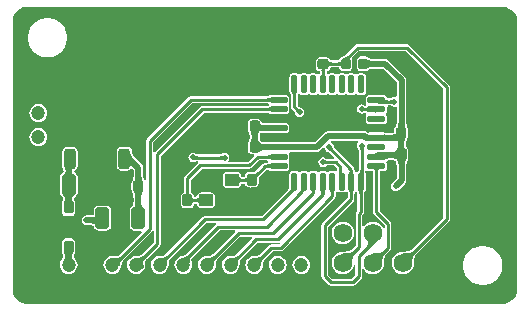
<source format=gtl>
G04 Layer_Physical_Order=1*
G04 Layer_Color=255*
%FSLAX25Y25*%
%MOIN*%
G70*
G01*
G75*
G04:AMPARAMS|DCode=10|XSize=34.25mil|YSize=38.19mil|CornerRadius=8.73mil|HoleSize=0mil|Usage=FLASHONLY|Rotation=90.000|XOffset=0mil|YOffset=0mil|HoleType=Round|Shape=RoundedRectangle|*
%AMROUNDEDRECTD10*
21,1,0.03425,0.02072,0,0,90.0*
21,1,0.01678,0.03819,0,0,90.0*
1,1,0.01747,0.01036,0.00839*
1,1,0.01747,0.01036,-0.00839*
1,1,0.01747,-0.01036,-0.00839*
1,1,0.01747,-0.01036,0.00839*
%
%ADD10ROUNDEDRECTD10*%
G04:AMPARAMS|DCode=11|XSize=45.67mil|YSize=71.65mil|CornerRadius=9.82mil|HoleSize=0mil|Usage=FLASHONLY|Rotation=0.000|XOffset=0mil|YOffset=0mil|HoleType=Round|Shape=RoundedRectangle|*
%AMROUNDEDRECTD11*
21,1,0.04567,0.05202,0,0,0.0*
21,1,0.02603,0.07165,0,0,0.0*
1,1,0.01964,0.01302,-0.02601*
1,1,0.01964,-0.01302,-0.02601*
1,1,0.01964,-0.01302,0.02601*
1,1,0.01964,0.01302,0.02601*
%
%ADD11ROUNDEDRECTD11*%
G04:AMPARAMS|DCode=12|XSize=34.25mil|YSize=38.19mil|CornerRadius=8.73mil|HoleSize=0mil|Usage=FLASHONLY|Rotation=180.000|XOffset=0mil|YOffset=0mil|HoleType=Round|Shape=RoundedRectangle|*
%AMROUNDEDRECTD12*
21,1,0.03425,0.02072,0,0,180.0*
21,1,0.01678,0.03819,0,0,180.0*
1,1,0.01747,-0.00839,0.01036*
1,1,0.01747,0.00839,0.01036*
1,1,0.01747,0.00839,-0.01036*
1,1,0.01747,-0.00839,-0.01036*
%
%ADD12ROUNDEDRECTD12*%
G04:AMPARAMS|DCode=13|XSize=43.31mil|YSize=33.47mil|CornerRadius=8.2mil|HoleSize=0mil|Usage=FLASHONLY|Rotation=90.000|XOffset=0mil|YOffset=0mil|HoleType=Round|Shape=RoundedRectangle|*
%AMROUNDEDRECTD13*
21,1,0.04331,0.01707,0,0,90.0*
21,1,0.02691,0.03347,0,0,90.0*
1,1,0.01640,0.00853,0.01346*
1,1,0.01640,0.00853,-0.01346*
1,1,0.01640,-0.00853,-0.01346*
1,1,0.01640,-0.00853,0.01346*
%
%ADD13ROUNDEDRECTD13*%
G04:AMPARAMS|DCode=14|XSize=46.06mil|YSize=71.65mil|CornerRadius=9.9mil|HoleSize=0mil|Usage=FLASHONLY|Rotation=0.000|XOffset=0mil|YOffset=0mil|HoleType=Round|Shape=RoundedRectangle|*
%AMROUNDEDRECTD14*
21,1,0.04606,0.05185,0,0,0.0*
21,1,0.02626,0.07165,0,0,0.0*
1,1,0.01981,0.01313,-0.02592*
1,1,0.01981,-0.01313,-0.02592*
1,1,0.01981,-0.01313,0.02592*
1,1,0.01981,0.01313,0.02592*
%
%ADD14ROUNDEDRECTD14*%
G04:AMPARAMS|DCode=15|XSize=32.28mil|YSize=36.61mil|CornerRadius=8.23mil|HoleSize=0mil|Usage=FLASHONLY|Rotation=180.000|XOffset=0mil|YOffset=0mil|HoleType=Round|Shape=RoundedRectangle|*
%AMROUNDEDRECTD15*
21,1,0.03228,0.02015,0,0,180.0*
21,1,0.01582,0.03661,0,0,180.0*
1,1,0.01647,-0.00791,0.01007*
1,1,0.01647,0.00791,0.01007*
1,1,0.01647,0.00791,-0.01007*
1,1,0.01647,-0.00791,-0.01007*
%
%ADD15ROUNDEDRECTD15*%
G04:AMPARAMS|DCode=16|XSize=67.32mil|YSize=38.98mil|CornerRadius=9.94mil|HoleSize=0mil|Usage=FLASHONLY|Rotation=270.000|XOffset=0mil|YOffset=0mil|HoleType=Round|Shape=RoundedRectangle|*
%AMROUNDEDRECTD16*
21,1,0.06732,0.01910,0,0,270.0*
21,1,0.04745,0.03898,0,0,270.0*
1,1,0.01988,-0.00955,-0.02372*
1,1,0.01988,-0.00955,0.02372*
1,1,0.01988,0.00955,0.02372*
1,1,0.01988,0.00955,-0.02372*
%
%ADD16ROUNDEDRECTD16*%
G04:AMPARAMS|DCode=17|XSize=67.32mil|YSize=127.95mil|CornerRadius=9.76mil|HoleSize=0mil|Usage=FLASHONLY|Rotation=90.000|XOffset=0mil|YOffset=0mil|HoleType=Round|Shape=RoundedRectangle|*
%AMROUNDEDRECTD17*
21,1,0.06732,0.10843,0,0,90.0*
21,1,0.04780,0.12795,0,0,90.0*
1,1,0.01952,0.05422,0.02390*
1,1,0.01952,0.05422,-0.02390*
1,1,0.01952,-0.05422,-0.02390*
1,1,0.01952,-0.05422,0.02390*
%
%ADD17ROUNDEDRECTD17*%
G04:AMPARAMS|DCode=18|XSize=59.05mil|YSize=22.44mil|CornerRadius=5.5mil|HoleSize=0mil|Usage=FLASHONLY|Rotation=90.000|XOffset=0mil|YOffset=0mil|HoleType=Round|Shape=RoundedRectangle|*
%AMROUNDEDRECTD18*
21,1,0.05905,0.01145,0,0,90.0*
21,1,0.04806,0.02244,0,0,90.0*
1,1,0.01100,0.00572,0.02403*
1,1,0.01100,0.00572,-0.02403*
1,1,0.01100,-0.00572,-0.02403*
1,1,0.01100,-0.00572,0.02403*
%
%ADD18ROUNDEDRECTD18*%
G04:AMPARAMS|DCode=19|XSize=59.05mil|YSize=22.44mil|CornerRadius=5.5mil|HoleSize=0mil|Usage=FLASHONLY|Rotation=0.000|XOffset=0mil|YOffset=0mil|HoleType=Round|Shape=RoundedRectangle|*
%AMROUNDEDRECTD19*
21,1,0.05905,0.01145,0,0,0.0*
21,1,0.04806,0.02244,0,0,0.0*
1,1,0.01100,0.02403,-0.00572*
1,1,0.01100,-0.02403,-0.00572*
1,1,0.01100,-0.02403,0.00572*
1,1,0.01100,0.02403,0.00572*
%
%ADD19ROUNDEDRECTD19*%
G04:AMPARAMS|DCode=20|XSize=41.73mil|YSize=49.61mil|CornerRadius=9.81mil|HoleSize=0mil|Usage=FLASHONLY|Rotation=90.000|XOffset=0mil|YOffset=0mil|HoleType=Round|Shape=RoundedRectangle|*
%AMROUNDEDRECTD20*
21,1,0.04173,0.02999,0,0,90.0*
21,1,0.02212,0.04961,0,0,90.0*
1,1,0.01961,0.01500,0.01106*
1,1,0.01961,0.01500,-0.01106*
1,1,0.01961,-0.01500,-0.01106*
1,1,0.01961,-0.01500,0.01106*
%
%ADD20ROUNDEDRECTD20*%
G04:AMPARAMS|DCode=21|XSize=33.07mil|YSize=40.16mil|CornerRadius=8.27mil|HoleSize=0mil|Usage=FLASHONLY|Rotation=180.000|XOffset=0mil|YOffset=0mil|HoleType=Round|Shape=RoundedRectangle|*
%AMROUNDEDRECTD21*
21,1,0.03307,0.02362,0,0,180.0*
21,1,0.01654,0.04016,0,0,180.0*
1,1,0.01654,-0.00827,0.01181*
1,1,0.01654,0.00827,0.01181*
1,1,0.01654,0.00827,-0.01181*
1,1,0.01654,-0.00827,-0.01181*
%
%ADD21ROUNDEDRECTD21*%
%ADD22C,0.01000*%
%ADD23C,0.01968*%
%ADD24C,0.06260*%
%ADD25C,0.04724*%
%ADD26C,0.01968*%
G36*
X164667Y98725D02*
X165577Y98348D01*
X166396Y97801D01*
X167092Y97105D01*
X167640Y96286D01*
X168017Y95376D01*
X168209Y94410D01*
Y93917D01*
Y5000D01*
Y4507D01*
X168017Y3542D01*
X167640Y2632D01*
X167092Y1813D01*
X166396Y1116D01*
X165577Y569D01*
X164667Y192D01*
X163701Y0D01*
X4436D01*
X3486Y189D01*
X2590Y560D01*
X1784Y1099D01*
X1099Y1784D01*
X560Y2590D01*
X189Y3486D01*
X0Y4436D01*
Y4921D01*
Y93996D01*
Y94481D01*
X189Y95432D01*
X560Y96327D01*
X1099Y97133D01*
X1784Y97819D01*
X2590Y98357D01*
X3486Y98728D01*
X4436Y98917D01*
X163701D01*
X164667Y98725D01*
D02*
G37*
%LPC*%
G36*
X20049Y52315D02*
X18140D01*
X17521Y52192D01*
X16997Y51841D01*
X16647Y51317D01*
X16524Y50699D01*
Y45954D01*
X16585Y45648D01*
X16579Y45637D01*
X16604Y45551D01*
X16647Y45336D01*
X16654Y45326D01*
X16667Y45243D01*
X16752Y45100D01*
X16818Y44963D01*
X16880Y44804D01*
X16933Y44631D01*
X17028Y44184D01*
X17031Y44157D01*
X17026Y44121D01*
X16972Y43891D01*
X16912Y43722D01*
X16894Y43688D01*
X16812Y43672D01*
X16372Y43378D01*
X16313Y43353D01*
X16304Y43333D01*
X16292Y43324D01*
X16279Y43306D01*
X16262Y43296D01*
X16254Y43268D01*
X15944Y42804D01*
X15822Y42191D01*
Y36989D01*
X15944Y36375D01*
X16220Y35962D01*
X16265Y35846D01*
X16313Y35826D01*
X16339Y35781D01*
X16482Y35672D01*
X16582Y35574D01*
X16673Y35460D01*
X16754Y35327D01*
X16827Y35173D01*
X16888Y34998D01*
X16873Y34930D01*
X16814Y34728D01*
X16746Y34539D01*
X16669Y34361D01*
X16583Y34196D01*
X16475Y34021D01*
X16462Y33935D01*
X16452Y33921D01*
X16428Y33801D01*
X16380Y33686D01*
X16397Y33645D01*
X16342Y33371D01*
Y30680D01*
X16452Y30129D01*
X16764Y29663D01*
X17230Y29351D01*
X17781Y29242D01*
X19487D01*
X20038Y29351D01*
X20504Y29663D01*
X20816Y30129D01*
X20925Y30680D01*
Y33371D01*
X20871Y33645D01*
X20887Y33686D01*
X20840Y33801D01*
X20816Y33921D01*
X20806Y33935D01*
X20792Y34021D01*
X20685Y34196D01*
X20598Y34361D01*
X20521Y34539D01*
X20453Y34728D01*
X20395Y34930D01*
X20373Y35026D01*
X20640Y35507D01*
X20642Y35508D01*
X20975Y35730D01*
X21039Y35756D01*
X21050Y35780D01*
X21162Y35855D01*
X21509Y36375D01*
X21632Y36989D01*
Y42191D01*
X21509Y42804D01*
X21199Y43268D01*
X21192Y43296D01*
X21174Y43306D01*
X21162Y43324D01*
X21149Y43333D01*
X21141Y43353D01*
X21082Y43378D01*
X20642Y43672D01*
X20488Y44043D01*
X20668Y44462D01*
X21021Y44698D01*
X21092Y44719D01*
X21112Y44757D01*
X21151Y44774D01*
X21157Y44789D01*
X21192Y44812D01*
X21542Y45336D01*
X21665Y45954D01*
Y50699D01*
X21542Y51317D01*
X21192Y51841D01*
X20668Y52192D01*
X20049Y52315D01*
D02*
G37*
G36*
X117740Y82370D02*
X116158D01*
X115606Y82261D01*
X115139Y81948D01*
X114826Y81480D01*
X114716Y80929D01*
Y78914D01*
X114826Y78362D01*
X115139Y77895D01*
X115606Y77582D01*
X116158Y77472D01*
X117740D01*
X118291Y77582D01*
X118661Y77829D01*
X118777Y77877D01*
X118789Y77907D01*
X118818Y77922D01*
X118876Y77992D01*
X118916Y78026D01*
X118990Y78071D01*
X119101Y78120D01*
X119251Y78168D01*
X119439Y78212D01*
X119655Y78247D01*
X120220Y78292D01*
X120547Y78298D01*
X120587Y78316D01*
X123449D01*
X128020Y73744D01*
Y69037D01*
X127520Y68740D01*
X127067Y68830D01*
X126453Y68708D01*
X126023Y68421D01*
X126016Y68418D01*
X126003Y68416D01*
X125984Y68414D01*
X125976Y68410D01*
X125968Y68409D01*
X125953Y68399D01*
X125949Y68397D01*
X125927Y68391D01*
X125892Y68383D01*
X125851Y68377D01*
X125704Y68365D01*
X125617Y68363D01*
X125555Y68336D01*
X125260D01*
X125199Y68363D01*
X124777Y68599D01*
X124709Y68938D01*
X124457Y69315D01*
X124080Y69567D01*
X123635Y69655D01*
X118829D01*
X118384Y69567D01*
X118007Y69315D01*
X117755Y68938D01*
X117667Y68493D01*
Y67348D01*
X117755Y66903D01*
X117896Y66692D01*
X117901Y66682D01*
X117947Y66423D01*
X117940Y66255D01*
X117919Y66170D01*
X117917Y66166D01*
X117437Y66022D01*
X116953Y66346D01*
X116339Y66468D01*
X115724Y66346D01*
X115203Y65998D01*
X114855Y65477D01*
X114733Y64862D01*
X114855Y64248D01*
X115203Y63727D01*
X115724Y63379D01*
X116339Y63257D01*
X116953Y63379D01*
X117234Y63566D01*
X117279Y63578D01*
X117307Y63581D01*
X117316Y63581D01*
X117319Y63582D01*
X117328Y63583D01*
X117347Y63594D01*
X117348Y63595D01*
X117353Y63596D01*
X117353Y63596D01*
X117361Y63599D01*
X117390Y63606D01*
X117418Y63611D01*
X117508Y63619D01*
X117521Y63618D01*
X117617Y63602D01*
X117697Y63583D01*
X117761Y63561D01*
X117810Y63539D01*
X117846Y63517D01*
X117873Y63497D01*
X117919Y63372D01*
X117940Y63287D01*
X117947Y63118D01*
X117900Y62855D01*
X117755Y62638D01*
X117667Y62194D01*
Y61049D01*
X117755Y60604D01*
X118007Y60227D01*
X118384Y59975D01*
X118829Y59886D01*
X123635D01*
X124080Y59975D01*
X124457Y60227D01*
X124709Y60604D01*
X124798Y61049D01*
Y62194D01*
X124709Y62638D01*
X124457Y63016D01*
Y63376D01*
X124709Y63754D01*
X124798Y64199D01*
Y65343D01*
X124748Y65592D01*
X124765Y65678D01*
X125011Y66010D01*
X125112Y66085D01*
X125156Y66085D01*
X125223Y66113D01*
X125546D01*
X125605Y66086D01*
X125790Y66079D01*
X125844Y66073D01*
X125892Y66066D01*
X125927Y66058D01*
X125949Y66051D01*
X125953Y66050D01*
X125968Y66040D01*
X125976Y66038D01*
X125984Y66035D01*
X126003Y66033D01*
X126016Y66031D01*
X126023Y66028D01*
X126453Y65741D01*
X127067Y65619D01*
X127520Y65709D01*
X128020Y65412D01*
Y60738D01*
X128003Y60700D01*
X127977Y60067D01*
X127948Y59821D01*
X127909Y59602D01*
X127861Y59416D01*
X127808Y59266D01*
X127753Y59150D01*
X127700Y59068D01*
X127653Y59015D01*
X127567Y58946D01*
X127565Y58941D01*
X127560Y58940D01*
X127514Y58852D01*
X127211Y58399D01*
X127097Y57827D01*
Y57118D01*
X126986Y57074D01*
X126778Y57023D01*
X126498Y56981D01*
X126152Y56955D01*
X125828Y56948D01*
X124469Y56969D01*
X124153Y56989D01*
X124073Y56999D01*
X124013Y57011D01*
X123948Y56997D01*
X123845Y57040D01*
X123804Y57023D01*
X123635Y57057D01*
X118829D01*
X118468Y56985D01*
X118017Y57287D01*
X117403Y57409D01*
X117403Y57409D01*
X105016D01*
X105016Y57409D01*
X104401Y57287D01*
X103880Y56938D01*
X103880Y56938D01*
X100720Y53778D01*
X93486D01*
X93445Y53796D01*
X91949Y53819D01*
X91633Y53840D01*
X91553Y53849D01*
X91493Y53861D01*
X91429Y53848D01*
X91325Y53891D01*
X91285Y53874D01*
X91115Y53907D01*
X86310D01*
X86140Y53874D01*
X86100Y53891D01*
X86018Y53857D01*
X86000Y53863D01*
X84308Y53755D01*
X84102Y53760D01*
X83837Y53781D01*
X83600Y53815D01*
X83393Y53861D01*
X83214Y53917D01*
X83065Y53979D01*
X82942Y54048D01*
X82843Y54120D01*
X82771Y54190D01*
X82694Y54334D01*
X82612Y54520D01*
X82539Y54715D01*
X82477Y54921D01*
X82426Y55138D01*
X82387Y55357D01*
X82352Y55717D01*
X82357Y55820D01*
X82385Y56052D01*
X82426Y56280D01*
X82477Y56496D01*
X82539Y56702D01*
X82577Y56804D01*
X83812Y56889D01*
X84036Y56891D01*
X84638Y56886D01*
X85416Y56858D01*
X85739Y56829D01*
X85819Y56816D01*
X85832Y56813D01*
X85839Y56809D01*
X85846Y56809D01*
X85886Y56799D01*
X85936Y56806D01*
X85963Y56806D01*
X85984Y56801D01*
X86100Y56754D01*
X86140Y56770D01*
X86310Y56737D01*
X91115D01*
X91561Y56825D01*
X91938Y57077D01*
X92190Y57455D01*
X92278Y57899D01*
Y59044D01*
X92190Y59489D01*
X91938Y59866D01*
X91561Y60118D01*
X91115Y60207D01*
X86310D01*
X86140Y60173D01*
X86100Y60190D01*
X86092Y60186D01*
X86084Y60189D01*
X84219Y60143D01*
X84014Y60148D01*
X83688Y60174D01*
X83420Y60215D01*
X83214Y60267D01*
X83074Y60321D01*
X83006Y60362D01*
X82994Y60425D01*
X82995Y60461D01*
X82977Y60507D01*
X82927Y60761D01*
X82876Y60838D01*
X82869Y60862D01*
X82853Y60872D01*
X82823Y60917D01*
X82822Y60919D01*
X82821Y60919D01*
X82603Y61245D01*
X82119Y61569D01*
X81548Y61682D01*
X79870D01*
X79298Y61569D01*
X78814Y61245D01*
X78491Y60761D01*
X78377Y60190D01*
Y58118D01*
X78436Y57822D01*
X78419Y57781D01*
X78467Y57666D01*
X78491Y57546D01*
X78501Y57531D01*
X78515Y57445D01*
X78630Y57259D01*
X78723Y57083D01*
X78806Y56897D01*
X78878Y56702D01*
X78940Y56496D01*
X78992Y56280D01*
X79031Y56060D01*
X79065Y55700D01*
X79060Y55597D01*
X79032Y55366D01*
X78992Y55138D01*
X78940Y54921D01*
X78878Y54715D01*
X78806Y54520D01*
X78723Y54334D01*
X78630Y54159D01*
X78515Y53973D01*
X78501Y53886D01*
X78491Y53871D01*
X78467Y53751D01*
X78419Y53636D01*
X78436Y53595D01*
X78377Y53300D01*
Y51228D01*
X78491Y50656D01*
X78814Y50172D01*
X79298Y49849D01*
X79870Y49735D01*
X80330D01*
X80537Y49235D01*
X78476Y47175D01*
X72170D01*
X71930Y47675D01*
X72153Y48008D01*
X72275Y48622D01*
X72153Y49237D01*
X71805Y49757D01*
X71284Y50106D01*
X70669Y50228D01*
X70055Y50106D01*
X69625Y49818D01*
X69618Y49816D01*
X69606Y49813D01*
X69586Y49812D01*
X69579Y49808D01*
X69570Y49806D01*
X69556Y49797D01*
X69552Y49795D01*
X69530Y49788D01*
X69494Y49781D01*
X69453Y49774D01*
X69306Y49763D01*
X69220Y49761D01*
X69157Y49734D01*
X61742D01*
X61701Y49757D01*
X61677Y49750D01*
X61654Y49761D01*
X61473Y49768D01*
X61425Y49774D01*
X61383Y49781D01*
X61355Y49788D01*
X61347Y49791D01*
X61342Y49795D01*
X61334Y49797D01*
X61320Y49806D01*
X61309Y49808D01*
X61309Y49808D01*
X61307Y49808D01*
X61305Y49808D01*
X61273Y49856D01*
X60752Y50204D01*
X60138Y50326D01*
X59523Y50204D01*
X59002Y49856D01*
X58654Y49335D01*
X58532Y48720D01*
X58654Y48106D01*
X59002Y47585D01*
X59523Y47237D01*
X60138Y47115D01*
X60752Y47237D01*
X61024Y47418D01*
X61068Y47429D01*
X61099Y47432D01*
X61107Y47432D01*
X61110Y47434D01*
X61118Y47434D01*
X61137Y47445D01*
X61138Y47446D01*
X61143Y47447D01*
X61144Y47447D01*
X61152Y47450D01*
X61182Y47457D01*
X61210Y47462D01*
X61435Y47482D01*
X61519Y47483D01*
X61718Y47388D01*
X61785Y47008D01*
X61773Y46810D01*
X57462Y42499D01*
X57221Y42138D01*
X57136Y41713D01*
X57136Y41713D01*
Y37538D01*
X57109Y37477D01*
X57104Y37297D01*
X57093Y37161D01*
X57077Y37057D01*
X57063Y37004D01*
X56868Y36965D01*
X56400Y36652D01*
X56086Y36183D01*
X55976Y35630D01*
Y33268D01*
X56086Y32715D01*
X56400Y32246D01*
X56868Y31933D01*
X57421Y31823D01*
X59075D01*
X59628Y31933D01*
X60097Y32246D01*
X60410Y32715D01*
X60489Y33112D01*
X60926Y33301D01*
X60940Y33303D01*
X61387Y33122D01*
X61469Y32710D01*
X61816Y32190D01*
X62336Y31843D01*
X62949Y31721D01*
X65948D01*
X66562Y31843D01*
X67081Y32190D01*
X67428Y32710D01*
X67550Y33323D01*
Y35535D01*
X67428Y36148D01*
X67081Y36668D01*
X66562Y37015D01*
X65948Y37137D01*
X62949D01*
X62336Y37015D01*
X61816Y36668D01*
X61469Y36148D01*
X61394Y35769D01*
X60941Y35595D01*
X60926Y35596D01*
X60489Y35785D01*
X60410Y36183D01*
X60097Y36652D01*
X59628Y36965D01*
X59433Y37004D01*
X59420Y37057D01*
X59403Y37161D01*
X59392Y37297D01*
X59387Y37477D01*
X59360Y37538D01*
Y41252D01*
X63059Y44951D01*
X78937D01*
X78937Y44951D01*
X79362Y45036D01*
X79723Y45277D01*
X82189Y47742D01*
X84700D01*
X84759Y47715D01*
X84892Y47711D01*
X84905Y47702D01*
X85039Y47574D01*
X85066Y47535D01*
X85144Y47333D01*
X85161Y47224D01*
X85017Y47046D01*
X84991Y47025D01*
X84889Y47016D01*
X84743Y47012D01*
X84683Y46985D01*
X84279D01*
X84279Y46985D01*
X83853Y46900D01*
X83492Y46659D01*
X83492Y46659D01*
X81273Y44440D01*
X81210Y44415D01*
X81017Y44229D01*
X80853Y44083D01*
X80713Y43972D01*
X80673Y43944D01*
X80571Y43965D01*
X80420D01*
X80401Y43975D01*
X80369Y43965D01*
X78917D01*
X78364Y43855D01*
X77895Y43541D01*
X77582Y43073D01*
X77472Y42520D01*
Y42333D01*
X77468Y42332D01*
X77371Y42316D01*
X77243Y42305D01*
X77070Y42300D01*
X77009Y42273D01*
X76714D01*
X76653Y42300D01*
X76481Y42305D01*
X76352Y42316D01*
X76255Y42332D01*
X76237Y42337D01*
X76129Y42880D01*
X75782Y43400D01*
X75262Y43747D01*
X74649Y43869D01*
X71650D01*
X71037Y43747D01*
X70517Y43400D01*
X70170Y42880D01*
X70048Y42267D01*
Y40056D01*
X70170Y39442D01*
X70517Y38923D01*
X71037Y38575D01*
X71650Y38454D01*
X74649D01*
X75262Y38575D01*
X75782Y38923D01*
X76129Y39442D01*
X76237Y39986D01*
X76255Y39991D01*
X76352Y40007D01*
X76481Y40018D01*
X76653Y40022D01*
X76714Y40049D01*
X77009D01*
X77070Y40022D01*
X77243Y40018D01*
X77371Y40007D01*
X77468Y39991D01*
X77508Y39980D01*
X77582Y39604D01*
X77895Y39136D01*
X78364Y38822D01*
X78917Y38712D01*
X78968D01*
X79173Y38671D01*
X79379Y38712D01*
X80571D01*
X81124Y38822D01*
X81593Y39136D01*
X81906Y39604D01*
X82016Y40157D01*
Y41873D01*
X82065Y41958D01*
X82142Y42070D01*
X82401Y42378D01*
X82569Y42553D01*
X82594Y42616D01*
X84722Y44744D01*
X84743Y44734D01*
X84889Y44730D01*
X85002Y44720D01*
X85098Y44705D01*
X85178Y44685D01*
X85242Y44664D01*
X85290Y44641D01*
X85326Y44620D01*
X85353Y44599D01*
X85373Y44579D01*
X85414Y44525D01*
X85453Y44502D01*
X85470Y44461D01*
X85585Y44414D01*
X85865Y44227D01*
X86310Y44138D01*
X91115D01*
X91561Y44227D01*
X91938Y44479D01*
X92190Y44856D01*
X92278Y45301D01*
Y46446D01*
X92190Y46890D01*
X92049Y47101D01*
X91976Y47448D01*
X92049Y47795D01*
X92190Y48006D01*
X92278Y48451D01*
Y49595D01*
X92199Y49992D01*
X92210Y50072D01*
X92480Y50506D01*
X93464Y50550D01*
X93501Y50567D01*
X101385D01*
X101385Y50567D01*
X101999Y50689D01*
X102520Y51037D01*
X103422Y51939D01*
X103964Y51774D01*
X104028Y51452D01*
X104376Y50932D01*
X104897Y50583D01*
X105265Y50510D01*
X105303Y50488D01*
X105323Y50473D01*
X105331Y50466D01*
X105335Y50464D01*
X105342Y50459D01*
X105362Y50454D01*
X105367Y50452D01*
X105369Y50451D01*
X105369Y50451D01*
X105374Y50448D01*
X105398Y50434D01*
X105432Y50411D01*
X105469Y50383D01*
X105585Y50282D01*
X105649Y50220D01*
X105713Y50195D01*
X107188Y48719D01*
X106997Y48258D01*
X104965D01*
X104907Y48284D01*
X104722Y48291D01*
X104668Y48297D01*
X104620Y48304D01*
X104584Y48312D01*
X104563Y48319D01*
X104559Y48320D01*
X104544Y48330D01*
X104535Y48332D01*
X104528Y48335D01*
X104508Y48337D01*
X104496Y48340D01*
X104489Y48342D01*
X104059Y48629D01*
X103445Y48751D01*
X102830Y48629D01*
X102310Y48281D01*
X101962Y47760D01*
X101839Y47146D01*
X101962Y46531D01*
X102310Y46010D01*
X102830Y45662D01*
X103445Y45540D01*
X104059Y45662D01*
X104489Y45949D01*
X104496Y45952D01*
X104508Y45954D01*
X104528Y45956D01*
X104535Y45960D01*
X104544Y45961D01*
X104559Y45971D01*
X104563Y45973D01*
X104584Y45979D01*
X104620Y45987D01*
X104661Y45993D01*
X104808Y46005D01*
X104895Y46007D01*
X104957Y46034D01*
X107217D01*
X108057Y45193D01*
Y44400D01*
X108053Y44389D01*
X107959Y44303D01*
X107589Y44126D01*
X107527Y44122D01*
X107120Y44203D01*
X105975D01*
X105530Y44114D01*
X105153Y43862D01*
X104792D01*
X104415Y44114D01*
X103970Y44203D01*
X102825D01*
X102380Y44114D01*
X102003Y43862D01*
X101642D01*
X101265Y44114D01*
X100820Y44203D01*
X99676D01*
X99231Y44114D01*
X98854Y43862D01*
X98493D01*
X98116Y44114D01*
X97671Y44203D01*
X96526D01*
X96081Y44114D01*
X95704Y43862D01*
X95343D01*
X94966Y44114D01*
X94521Y44203D01*
X93377D01*
X92932Y44114D01*
X92554Y43862D01*
X92302Y43485D01*
X92214Y43040D01*
Y38846D01*
X92201Y38813D01*
X92214Y38785D01*
Y38714D01*
X92213Y38708D01*
X92214Y38706D01*
Y38488D01*
X92166Y38420D01*
X91874Y38078D01*
X91680Y37878D01*
X91655Y37814D01*
X83004Y29163D01*
X64173D01*
X63748Y29079D01*
X63387Y28837D01*
X63387Y28837D01*
X50930Y16380D01*
X50874Y16361D01*
X50765Y16265D01*
X50667Y16197D01*
X50548Y16133D01*
X50406Y16074D01*
X50240Y16020D01*
X50049Y15975D01*
X49842Y15940D01*
X49323Y15898D01*
X49033Y15895D01*
X48962Y15865D01*
X48245Y15770D01*
X47527Y15473D01*
X46910Y15000D01*
X46437Y14383D01*
X46139Y13665D01*
X46038Y12894D01*
X46139Y12123D01*
X46437Y11405D01*
X46910Y10788D01*
X47527Y10315D01*
X48245Y10017D01*
X49016Y9916D01*
X49787Y10017D01*
X50505Y10315D01*
X51122Y10788D01*
X51595Y11405D01*
X51893Y12123D01*
X51985Y12827D01*
X52017Y12896D01*
X52036Y13480D01*
X52061Y13712D01*
X52097Y13927D01*
X52143Y14118D01*
X52196Y14284D01*
X52255Y14426D01*
X52319Y14545D01*
X52387Y14642D01*
X52483Y14752D01*
X52503Y14808D01*
X64634Y26939D01*
X67758D01*
X67772Y26918D01*
X67910Y26439D01*
X67816Y26377D01*
X67816Y26377D01*
X58119Y16679D01*
X58062Y16660D01*
X57973Y16581D01*
X57889Y16519D01*
X57588Y16346D01*
X57421Y16267D01*
X56353Y15869D01*
X56028Y15769D01*
X56028Y15769D01*
X56028Y15769D01*
X55941Y15697D01*
X55401Y15473D01*
X54784Y15000D01*
X54311Y14383D01*
X54013Y13665D01*
X53912Y12894D01*
X54013Y12123D01*
X54311Y11405D01*
X54784Y10788D01*
X55401Y10315D01*
X56119Y10017D01*
X56890Y9916D01*
X57661Y10017D01*
X58379Y10315D01*
X58996Y10788D01*
X59469Y11405D01*
X59767Y12123D01*
X59868Y12894D01*
X59767Y13665D01*
X59746Y13713D01*
X59755Y13787D01*
X59685Y14032D01*
X59642Y14239D01*
X59619Y14425D01*
X59614Y14590D01*
X59625Y14734D01*
X59650Y14860D01*
X59686Y14970D01*
X59734Y15068D01*
X59795Y15159D01*
X59898Y15277D01*
X59917Y15333D01*
X69063Y24479D01*
X74069D01*
X74276Y23979D01*
X66678Y16380D01*
X66622Y16361D01*
X66513Y16265D01*
X66415Y16197D01*
X66296Y16133D01*
X66154Y16074D01*
X65988Y16020D01*
X65797Y15975D01*
X65590Y15940D01*
X65071Y15898D01*
X64781Y15895D01*
X64710Y15865D01*
X63993Y15770D01*
X63275Y15473D01*
X62658Y15000D01*
X62185Y14383D01*
X61887Y13665D01*
X61786Y12894D01*
X61887Y12123D01*
X62185Y11405D01*
X62658Y10788D01*
X63275Y10315D01*
X63993Y10017D01*
X64764Y9916D01*
X65535Y10017D01*
X66253Y10315D01*
X66870Y10788D01*
X67343Y11405D01*
X67641Y12123D01*
X67733Y12827D01*
X67765Y12896D01*
X67784Y13480D01*
X67809Y13712D01*
X67845Y13927D01*
X67891Y14118D01*
X67944Y14284D01*
X68003Y14426D01*
X68067Y14545D01*
X68135Y14642D01*
X68231Y14752D01*
X68251Y14808D01*
X75756Y22313D01*
X79778D01*
X79985Y21813D01*
X74552Y16380D01*
X74496Y16361D01*
X74387Y16265D01*
X74289Y16197D01*
X74170Y16133D01*
X74028Y16074D01*
X73862Y16020D01*
X73671Y15975D01*
X73464Y15940D01*
X72945Y15898D01*
X72655Y15895D01*
X72584Y15865D01*
X71867Y15770D01*
X71149Y15473D01*
X70532Y15000D01*
X70059Y14383D01*
X69761Y13665D01*
X69660Y12894D01*
X69761Y12123D01*
X70059Y11405D01*
X70532Y10788D01*
X71149Y10315D01*
X71867Y10017D01*
X72638Y9916D01*
X73409Y10017D01*
X74127Y10315D01*
X74744Y10788D01*
X75217Y11405D01*
X75515Y12123D01*
X75607Y12827D01*
X75639Y12896D01*
X75658Y13480D01*
X75683Y13712D01*
X75719Y13927D01*
X75765Y14118D01*
X75818Y14284D01*
X75877Y14426D01*
X75941Y14545D01*
X76009Y14642D01*
X76105Y14752D01*
X76125Y14808D01*
X81630Y20313D01*
X88354D01*
X88354Y20313D01*
X88780Y20398D01*
X89141Y20639D01*
X89471Y20276D01*
X88910Y19714D01*
X86221D01*
X85795Y19630D01*
X85434Y19389D01*
X85434Y19389D01*
X82426Y16380D01*
X82370Y16361D01*
X82261Y16265D01*
X82163Y16197D01*
X82044Y16133D01*
X81902Y16074D01*
X81736Y16020D01*
X81545Y15975D01*
X81338Y15940D01*
X80819Y15898D01*
X80529Y15895D01*
X80458Y15865D01*
X79741Y15770D01*
X79023Y15473D01*
X78406Y15000D01*
X77933Y14383D01*
X77635Y13665D01*
X77534Y12894D01*
X77635Y12123D01*
X77933Y11405D01*
X78406Y10788D01*
X79023Y10315D01*
X79741Y10017D01*
X80512Y9916D01*
X81283Y10017D01*
X82001Y10315D01*
X82618Y10788D01*
X83091Y11405D01*
X83389Y12123D01*
X83481Y12827D01*
X83513Y12896D01*
X83532Y13480D01*
X83557Y13712D01*
X83593Y13927D01*
X83639Y14118D01*
X83692Y14284D01*
X83751Y14426D01*
X83815Y14545D01*
X83883Y14642D01*
X83979Y14752D01*
X83999Y14808D01*
X86681Y17490D01*
X89370D01*
X89370Y17490D01*
X89796Y17575D01*
X90156Y17816D01*
X107334Y34993D01*
X107574Y35354D01*
X107659Y35780D01*
X107659Y35780D01*
Y36608D01*
X107686Y36668D01*
X107690Y36813D01*
X107700Y36926D01*
X107716Y37022D01*
X107735Y37102D01*
X107757Y37166D01*
X107779Y37215D01*
X107801Y37251D01*
X107821Y37277D01*
X107946Y37323D01*
X108032Y37345D01*
X108200Y37351D01*
X108459Y37305D01*
X108469Y37301D01*
X108680Y37160D01*
X109125Y37071D01*
X110269D01*
X110714Y37160D01*
X110925Y37301D01*
X110935Y37305D01*
X111194Y37351D01*
X111362Y37345D01*
X111447Y37323D01*
X111572Y37277D01*
X111593Y37251D01*
X111614Y37215D01*
X111637Y37166D01*
X111659Y37102D01*
X111678Y37022D01*
X111693Y36926D01*
X111703Y36813D01*
X111707Y36668D01*
X111734Y36608D01*
Y35354D01*
X103249Y26869D01*
X103008Y26508D01*
X102924Y26083D01*
X102924Y26083D01*
Y9154D01*
X102924Y9154D01*
X103008Y8728D01*
X103249Y8367D01*
X105316Y6300D01*
X105316Y6300D01*
X105677Y6059D01*
X106102Y5975D01*
X113386D01*
X113386Y5975D01*
X113811Y6059D01*
X114172Y6300D01*
X116141Y8269D01*
X116382Y8630D01*
X116466Y9055D01*
X116466Y9055D01*
Y11358D01*
X116966Y11527D01*
X117425Y10929D01*
X118202Y10333D01*
X119107Y9958D01*
X120079Y9830D01*
X121050Y9958D01*
X121955Y10333D01*
X122732Y10929D01*
X123329Y11706D01*
X123703Y12611D01*
X123829Y13566D01*
X123848Y13610D01*
X123851Y14049D01*
X123901Y14825D01*
X123945Y15144D01*
X124003Y15432D01*
X124072Y15681D01*
X124148Y15891D01*
X124231Y16060D01*
X124315Y16191D01*
X124430Y16326D01*
X124448Y16379D01*
X125885Y17816D01*
X125885Y17816D01*
X126126Y18177D01*
X126210Y18602D01*
Y26673D01*
X126210Y26673D01*
X126126Y27099D01*
X125885Y27459D01*
X122344Y31000D01*
Y43675D01*
X122371Y43736D01*
X122376Y43909D01*
X122387Y44037D01*
X122403Y44134D01*
X122404Y44138D01*
X123635D01*
X124080Y44227D01*
X124457Y44479D01*
X124709Y44856D01*
X124798Y45301D01*
Y46446D01*
X124709Y46890D01*
X124594Y47064D01*
X124574Y47139D01*
X124596Y47356D01*
X124679Y47574D01*
X124746Y47667D01*
X124793Y47682D01*
X124979Y47732D01*
X125182Y47774D01*
X125394Y47807D01*
X125893Y47847D01*
X126058Y47850D01*
X126240Y47846D01*
X126758Y47800D01*
X126981Y47762D01*
X127198Y47713D01*
X127402Y47655D01*
X127594Y47586D01*
X127678Y47549D01*
X127723Y47449D01*
X127796Y47253D01*
X127858Y47047D01*
X127909Y46831D01*
X127948Y46611D01*
X127997Y46105D01*
X128003Y45836D01*
X128020Y45796D01*
Y41708D01*
X126522Y40210D01*
X126174Y39689D01*
X126052Y39075D01*
X126174Y38460D01*
X126522Y37939D01*
X127043Y37591D01*
X127657Y37469D01*
X128272Y37591D01*
X128793Y37939D01*
X130761Y39908D01*
X131109Y40429D01*
X131232Y41043D01*
X131232Y41043D01*
Y45785D01*
X131249Y45821D01*
X131274Y46371D01*
X131303Y46603D01*
X131343Y46831D01*
X131394Y47047D01*
X131456Y47253D01*
X131529Y47449D01*
X131612Y47634D01*
X131705Y47810D01*
X131820Y47996D01*
X131834Y48082D01*
X131844Y48098D01*
X131868Y48217D01*
X131916Y48333D01*
X131899Y48373D01*
X131958Y48669D01*
Y50741D01*
X131844Y51312D01*
X131541Y51765D01*
X131495Y51853D01*
X131490Y51855D01*
X131488Y51859D01*
X131402Y51928D01*
X131355Y51982D01*
X131302Y52064D01*
X131247Y52179D01*
X131194Y52329D01*
X131146Y52515D01*
X131108Y52726D01*
X131066Y53203D01*
X131077Y53458D01*
X131106Y53690D01*
X131146Y53917D01*
X131198Y54134D01*
X131260Y54340D01*
X131332Y54535D01*
X131415Y54721D01*
X131508Y54897D01*
X131623Y55082D01*
X131637Y55169D01*
X131647Y55184D01*
X131671Y55304D01*
X131719Y55419D01*
X131702Y55460D01*
X131761Y55755D01*
Y57827D01*
X131709Y58091D01*
X131716Y58105D01*
X131687Y58200D01*
X131647Y58399D01*
X131642Y58407D01*
X131630Y58489D01*
X131557Y58613D01*
X131502Y58731D01*
X131448Y58877D01*
X131399Y59048D01*
X131355Y59246D01*
X131320Y59457D01*
X131254Y60296D01*
X131249Y60612D01*
X131232Y60654D01*
Y74409D01*
X131232Y74410D01*
X131109Y75024D01*
X130761Y75545D01*
X130761Y75545D01*
X125250Y81057D01*
X124729Y81405D01*
X124114Y81527D01*
X124114Y81527D01*
X120597D01*
X120559Y81544D01*
X119915Y81568D01*
X119663Y81594D01*
X119439Y81630D01*
X119251Y81674D01*
X119101Y81722D01*
X118990Y81772D01*
X118916Y81816D01*
X118876Y81850D01*
X118818Y81920D01*
X118789Y81936D01*
X118777Y81966D01*
X118661Y82013D01*
X118291Y82261D01*
X117740Y82370D01*
D02*
G37*
G36*
X157274Y19242D02*
X156111D01*
X156051Y19217D01*
X155987Y19229D01*
X154846Y19002D01*
X154791Y18966D01*
X154726D01*
X153651Y18521D01*
X153605Y18474D01*
X153541Y18462D01*
X152573Y17815D01*
X152537Y17761D01*
X152476Y17736D01*
X151654Y16913D01*
X151629Y16853D01*
X151574Y16816D01*
X150928Y15849D01*
X150915Y15785D01*
X150869Y15739D01*
X150424Y14664D01*
Y14599D01*
X150387Y14544D01*
X150161Y13403D01*
X150173Y13339D01*
X150148Y13279D01*
Y12115D01*
X150173Y12055D01*
X150161Y11991D01*
X150387Y10850D01*
X150424Y10795D01*
Y10730D01*
X150869Y9655D01*
X150915Y9609D01*
X150928Y9544D01*
X151574Y8577D01*
X151629Y8541D01*
X151654Y8480D01*
X152476Y7658D01*
X152537Y7633D01*
X152573Y7578D01*
X153541Y6932D01*
X153605Y6919D01*
X153651Y6873D01*
X154726Y6428D01*
X154791D01*
X154846Y6391D01*
X155987Y6164D01*
X156051Y6177D01*
X156111Y6152D01*
X157274D01*
X157335Y6177D01*
X157399Y6164D01*
X158540Y6391D01*
X158595Y6428D01*
X158660D01*
X159735Y6873D01*
X159781Y6919D01*
X159845Y6932D01*
X160813Y7578D01*
X160849Y7633D01*
X160909Y7658D01*
X161732Y8480D01*
X161757Y8541D01*
X161811Y8577D01*
X162458Y9544D01*
X162471Y9609D01*
X162517Y9655D01*
X162962Y10730D01*
Y10795D01*
X162998Y10850D01*
X163225Y11991D01*
X163213Y12055D01*
X163238Y12115D01*
Y13279D01*
X163213Y13339D01*
X163225Y13403D01*
X162998Y14544D01*
X162962Y14599D01*
Y14664D01*
X162517Y15739D01*
X162471Y15785D01*
X162458Y15849D01*
X161811Y16816D01*
X161757Y16853D01*
X161732Y16913D01*
X160909Y17736D01*
X160849Y17761D01*
X160813Y17815D01*
X159845Y18462D01*
X159781Y18474D01*
X159735Y18521D01*
X158660Y18966D01*
X158595D01*
X158540Y19002D01*
X157399Y19229D01*
X157335Y19217D01*
X157274Y19242D01*
D02*
G37*
G36*
X91115Y69655D02*
X86310D01*
X85865Y69567D01*
X85585Y69380D01*
X85470Y69332D01*
X85453Y69291D01*
X85414Y69269D01*
X85373Y69215D01*
X85353Y69195D01*
X85326Y69174D01*
X85290Y69152D01*
X85242Y69130D01*
X85178Y69108D01*
X85098Y69089D01*
X85002Y69074D01*
X84889Y69064D01*
X84743Y69059D01*
X84683Y69032D01*
X59358D01*
X58932Y68948D01*
X58571Y68707D01*
X58571Y68707D01*
X44926Y55062D01*
X44685Y54701D01*
X44601Y54276D01*
X44601Y54276D01*
Y41222D01*
X44504Y41145D01*
X44443Y41122D01*
X44220Y41132D01*
X43872Y41279D01*
X43849Y41331D01*
X43776Y41526D01*
X43714Y41732D01*
X43663Y41949D01*
X43624Y42169D01*
X43575Y42675D01*
X43569Y42943D01*
X43551Y42983D01*
Y45259D01*
X43551Y45259D01*
X43429Y45873D01*
X43081Y46394D01*
X43081Y46394D01*
X41725Y47751D01*
X41708Y47792D01*
X41310Y48204D01*
X40646Y48973D01*
X40393Y49315D01*
X40180Y49639D01*
X40013Y49938D01*
X39891Y50210D01*
X39810Y50452D01*
X39775Y50626D01*
Y50699D01*
X39762Y50763D01*
X39755Y50893D01*
X39724Y50959D01*
X39652Y51317D01*
X39302Y51841D01*
X38778Y52192D01*
X38160Y52315D01*
X36250D01*
X35632Y52192D01*
X35107Y51841D01*
X34757Y51317D01*
X34634Y50699D01*
Y45954D01*
X34757Y45336D01*
X35107Y44812D01*
X35632Y44462D01*
X36250Y44339D01*
X38160D01*
X38778Y44462D01*
X39302Y44812D01*
X39321Y44840D01*
X39627Y44973D01*
X39674Y44980D01*
X39978Y44924D01*
X40112Y44797D01*
X40152Y44782D01*
X40340Y44594D01*
Y42995D01*
X40323Y42958D01*
X40298Y42408D01*
X40269Y42176D01*
X40229Y41949D01*
X40178Y41732D01*
X40115Y41526D01*
X40043Y41331D01*
X39960Y41146D01*
X39867Y40969D01*
X39752Y40784D01*
X39738Y40697D01*
X39728Y40682D01*
X39704Y40562D01*
X39656Y40447D01*
X39673Y40406D01*
X39614Y40111D01*
Y38039D01*
X39666Y37776D01*
X39659Y37761D01*
X39688Y37666D01*
X39728Y37468D01*
X39737Y37453D01*
X39751Y37368D01*
X39858Y37193D01*
X39944Y37027D01*
X40022Y36849D01*
X40089Y36659D01*
X40148Y36455D01*
X40197Y36237D01*
X40234Y36013D01*
X40280Y35493D01*
X40286Y35215D01*
X40304Y35174D01*
Y34058D01*
X40286Y34018D01*
X40277Y33610D01*
X40251Y33268D01*
X40209Y32982D01*
X40155Y32753D01*
X40095Y32585D01*
X40074Y32545D01*
X39980Y32526D01*
X39554Y32242D01*
X39496Y32218D01*
X39487Y32197D01*
X39457Y32177D01*
X39446Y32161D01*
X39445Y32160D01*
X39444Y32158D01*
X39107Y31654D01*
X38985Y31037D01*
Y25853D01*
X39107Y25236D01*
X39457Y24713D01*
X39980Y24363D01*
X40597Y24241D01*
X42853D01*
X43060Y23741D01*
X35504Y16185D01*
X35468Y16176D01*
X35451Y16149D01*
X35421Y16138D01*
X35306Y16038D01*
X35211Y15974D01*
X35102Y15918D01*
X34975Y15871D01*
X34828Y15834D01*
X34659Y15809D01*
X34468Y15797D01*
X34254Y15800D01*
X34019Y15819D01*
X33745Y15857D01*
X33624Y15825D01*
X33268Y15872D01*
X32497Y15770D01*
X31779Y15473D01*
X31162Y15000D01*
X30689Y14383D01*
X30391Y13665D01*
X30290Y12894D01*
X30391Y12123D01*
X30689Y11405D01*
X31162Y10788D01*
X31779Y10315D01*
X32497Y10017D01*
X33268Y9916D01*
X34038Y10017D01*
X34757Y10315D01*
X35374Y10788D01*
X35847Y11405D01*
X36145Y12123D01*
X36174Y12349D01*
X36236Y12449D01*
X36288Y12769D01*
X36342Y13048D01*
X36472Y13555D01*
X36538Y13756D01*
X36610Y13937D01*
X36683Y14089D01*
X36756Y14214D01*
X36825Y14312D01*
X36915Y14414D01*
X36934Y14470D01*
X46499Y24035D01*
X46499Y24035D01*
X46616Y24211D01*
X47116Y24059D01*
Y20441D01*
X43056Y16380D01*
X43000Y16361D01*
X42891Y16265D01*
X42793Y16197D01*
X42674Y16133D01*
X42532Y16074D01*
X42366Y16020D01*
X42175Y15975D01*
X41968Y15940D01*
X41449Y15898D01*
X41159Y15895D01*
X41088Y15865D01*
X40371Y15770D01*
X39653Y15473D01*
X39036Y15000D01*
X38563Y14383D01*
X38265Y13665D01*
X38164Y12894D01*
X38265Y12123D01*
X38563Y11405D01*
X39036Y10788D01*
X39653Y10315D01*
X40371Y10017D01*
X41142Y9916D01*
X41912Y10017D01*
X42631Y10315D01*
X43248Y10788D01*
X43721Y11405D01*
X43784Y11556D01*
X43798Y11565D01*
X44039Y11926D01*
X44124Y12352D01*
Y12855D01*
X44143Y12896D01*
X44162Y13480D01*
X44187Y13712D01*
X44223Y13927D01*
X44269Y14118D01*
X44322Y14284D01*
X44381Y14426D01*
X44445Y14545D01*
X44513Y14642D01*
X44609Y14752D01*
X44629Y14808D01*
X49015Y19194D01*
X49015Y19194D01*
X49256Y19555D01*
X49340Y19980D01*
Y49343D01*
X63657Y63659D01*
X84683D01*
X84743Y63632D01*
X84889Y63628D01*
X85002Y63618D01*
X85098Y63602D01*
X85178Y63583D01*
X85242Y63561D01*
X85290Y63539D01*
X85326Y63517D01*
X85353Y63497D01*
X85373Y63477D01*
X85414Y63422D01*
X85453Y63400D01*
X85470Y63359D01*
X85585Y63311D01*
X85865Y63124D01*
X86310Y63036D01*
X91115D01*
X91561Y63124D01*
X91938Y63376D01*
X92190Y63754D01*
X92278Y64199D01*
Y65343D01*
X92190Y65788D01*
X92049Y65999D01*
X91976Y66346D01*
X92049Y66692D01*
X92190Y66903D01*
X92278Y67348D01*
Y68493D01*
X92190Y68938D01*
X91938Y69315D01*
X91561Y69567D01*
X91115Y69655D01*
D02*
G37*
G36*
X8563Y66462D02*
X7792Y66361D01*
X7074Y66063D01*
X6457Y65590D01*
X5984Y64973D01*
X5686Y64255D01*
X5585Y63484D01*
X5686Y62713D01*
X5984Y61995D01*
X6457Y61378D01*
X7074Y60905D01*
X7792Y60607D01*
X8563Y60506D01*
X9334Y60607D01*
X10052Y60905D01*
X10669Y61378D01*
X11142Y61995D01*
X11440Y62713D01*
X11541Y63484D01*
X11440Y64255D01*
X11142Y64973D01*
X10669Y65590D01*
X10052Y66063D01*
X9334Y66361D01*
X8563Y66462D01*
D02*
G37*
G36*
Y58490D02*
X7792Y58389D01*
X7074Y58091D01*
X6457Y57618D01*
X5984Y57001D01*
X5686Y56283D01*
X5585Y55512D01*
X5686Y54741D01*
X5984Y54023D01*
X6457Y53406D01*
X7074Y52933D01*
X7792Y52635D01*
X8563Y52534D01*
X9334Y52635D01*
X10052Y52933D01*
X10669Y53406D01*
X11142Y54023D01*
X11440Y54741D01*
X11541Y55512D01*
X11440Y56283D01*
X11142Y57001D01*
X10669Y57618D01*
X10052Y58091D01*
X9334Y58389D01*
X8563Y58490D01*
D02*
G37*
G36*
X31254Y32649D02*
X28628D01*
X28011Y32526D01*
X27488Y32177D01*
X27139Y31654D01*
X27016Y31037D01*
Y29807D01*
X27007Y29790D01*
X26995Y29678D01*
X26988Y29658D01*
X26976Y29641D01*
X26941Y29607D01*
X26861Y29559D01*
X26727Y29505D01*
X26539Y29454D01*
X26296Y29414D01*
X26003Y29388D01*
X25645Y29379D01*
X25606Y29362D01*
X24606D01*
X23992Y29239D01*
X23471Y28891D01*
X23123Y28370D01*
X23001Y27756D01*
X23123Y27141D01*
X23471Y26621D01*
X23992Y26272D01*
X24606Y26150D01*
X25606D01*
X25646Y26133D01*
X26004Y26123D01*
X26299Y26098D01*
X26543Y26057D01*
X26734Y26007D01*
X26869Y25952D01*
X26951Y25903D01*
X26988Y25869D01*
X27001Y25851D01*
X27008Y25831D01*
X27020Y25720D01*
X27055Y25655D01*
X27139Y25236D01*
X27488Y24713D01*
X28011Y24363D01*
X28628Y24241D01*
X31254D01*
X31871Y24363D01*
X32394Y24713D01*
X32743Y25236D01*
X32866Y25853D01*
Y31037D01*
X32743Y31654D01*
X32394Y32177D01*
X31871Y32526D01*
X31254Y32649D01*
D02*
G37*
G36*
X12196Y95127D02*
X11033D01*
X10972Y95102D01*
X10908Y95115D01*
X9767Y94888D01*
X9712Y94852D01*
X9647D01*
X8572Y94407D01*
X8526Y94360D01*
X8462Y94348D01*
X7495Y93701D01*
X7458Y93647D01*
X7398Y93622D01*
X6575Y92799D01*
X6550Y92739D01*
X6496Y92702D01*
X5849Y91735D01*
X5836Y91671D01*
X5790Y91625D01*
X5345Y90550D01*
Y90484D01*
X5309Y90430D01*
X5082Y89289D01*
X5094Y89225D01*
X5069Y89164D01*
Y88001D01*
X5094Y87941D01*
X5082Y87876D01*
X5309Y86735D01*
X5345Y86681D01*
Y86616D01*
X5790Y85541D01*
X5836Y85495D01*
X5849Y85430D01*
X6496Y84463D01*
X6550Y84427D01*
X6575Y84366D01*
X7398Y83544D01*
X7458Y83518D01*
X7495Y83464D01*
X8462Y82818D01*
X8526Y82805D01*
X8572Y82759D01*
X9647Y82314D01*
X9712D01*
X9767Y82277D01*
X10908Y82050D01*
X10972Y82063D01*
X11033Y82038D01*
X12196D01*
X12256Y82063D01*
X12320Y82050D01*
X13461Y82277D01*
X13516Y82314D01*
X13581D01*
X14656Y82759D01*
X14702Y82805D01*
X14767Y82818D01*
X15734Y83464D01*
X15770Y83518D01*
X15831Y83544D01*
X16653Y84366D01*
X16678Y84427D01*
X16733Y84463D01*
X17379Y85430D01*
X17392Y85495D01*
X17438Y85541D01*
X17883Y86616D01*
Y86681D01*
X17920Y86735D01*
X18147Y87876D01*
X18134Y87941D01*
X18159Y88001D01*
Y89164D01*
X18134Y89225D01*
X18147Y89289D01*
X17920Y90430D01*
X17883Y90484D01*
Y90550D01*
X17438Y91625D01*
X17392Y91671D01*
X17379Y91735D01*
X16733Y92702D01*
X16678Y92739D01*
X16653Y92799D01*
X15831Y93622D01*
X15770Y93647D01*
X15734Y93701D01*
X14767Y94348D01*
X14702Y94360D01*
X14656Y94407D01*
X13581Y94852D01*
X13516D01*
X13461Y94888D01*
X12320Y95115D01*
X12256Y95102D01*
X12196Y95127D01*
D02*
G37*
G36*
X131496Y86447D02*
X131496Y86447D01*
X114961D01*
X114961Y86447D01*
X114535Y86362D01*
X114174Y86121D01*
X111007Y82953D01*
X110946Y82931D01*
X110944Y82926D01*
X110940Y82924D01*
X110783Y82774D01*
X110644Y82653D01*
X110515Y82552D01*
X110397Y82471D01*
X110291Y82409D01*
X110205Y82368D01*
X109965Y82321D01*
X109932Y82322D01*
X109889Y82306D01*
X109661Y82261D01*
X109571Y82200D01*
X109510Y82182D01*
X109497Y82160D01*
X109474Y82151D01*
X109463Y82128D01*
X109194Y81948D01*
X108881Y81480D01*
X108806Y81102D01*
X108768Y81092D01*
X108670Y81076D01*
X108542Y81065D01*
X108369Y81060D01*
X108308Y81033D01*
X106534D01*
X106473Y81060D01*
X106287Y81065D01*
X106145Y81076D01*
X106034Y81093D01*
X105963Y81111D01*
X105958Y81135D01*
X105819Y81344D01*
X105800Y81384D01*
X105789Y81388D01*
X105635Y81619D01*
X105150Y81943D01*
X104579Y82056D01*
X102507D01*
X101936Y81943D01*
X101452Y81619D01*
X101128Y81135D01*
X101015Y80564D01*
Y78885D01*
X101128Y78314D01*
X101452Y77830D01*
X101936Y77506D01*
X102364Y77421D01*
X102373Y77389D01*
X102389Y77291D01*
X102400Y77163D01*
X102403Y77054D01*
X102400Y76928D01*
X102388Y76778D01*
X102371Y76662D01*
X102361Y76621D01*
X102180Y76500D01*
X102113Y76475D01*
X101821Y76420D01*
X101476Y76493D01*
X101265Y76634D01*
X100820Y76722D01*
X99676D01*
X99231Y76634D01*
X99020Y76493D01*
X98673Y76420D01*
X98326Y76493D01*
X98116Y76634D01*
X97671Y76722D01*
X96526D01*
X96081Y76634D01*
X95704Y76382D01*
X95343D01*
X94966Y76634D01*
X94521Y76722D01*
X93377D01*
X92932Y76634D01*
X92554Y76382D01*
X92302Y76005D01*
X92214Y75560D01*
Y70754D01*
X92302Y70309D01*
X92489Y70029D01*
X92537Y69914D01*
X92578Y69897D01*
X92600Y69858D01*
X92655Y69817D01*
X92675Y69797D01*
X92695Y69771D01*
X92717Y69735D01*
X92739Y69686D01*
X92761Y69622D01*
X92780Y69542D01*
X92796Y69446D01*
X92806Y69333D01*
X92810Y69188D01*
X92837Y69127D01*
Y65500D01*
X92837Y65500D01*
X92922Y65074D01*
X93163Y64714D01*
X93808Y64068D01*
X93830Y64008D01*
X93956Y63873D01*
X93990Y63831D01*
X94019Y63791D01*
X94039Y63760D01*
X94050Y63740D01*
X94051Y63736D01*
X94055Y63719D01*
X94059Y63712D01*
X94062Y63704D01*
X94075Y63689D01*
X94082Y63679D01*
X94085Y63672D01*
X94186Y63165D01*
X94534Y62644D01*
X95055Y62296D01*
X95669Y62174D01*
X96284Y62296D01*
X96805Y62644D01*
X97153Y63165D01*
X97275Y63779D01*
X97153Y64394D01*
X96805Y64915D01*
X96284Y65263D01*
X95777Y65364D01*
X95770Y65367D01*
X95760Y65374D01*
X95745Y65387D01*
X95737Y65389D01*
X95730Y65394D01*
X95712Y65398D01*
X95708Y65399D01*
X95688Y65410D01*
X95658Y65430D01*
X95624Y65454D01*
X95512Y65550D01*
X95450Y65610D01*
X95386Y65635D01*
X95061Y65961D01*
Y69127D01*
X95088Y69188D01*
X95092Y69333D01*
X95102Y69446D01*
X95117Y69542D01*
X95137Y69622D01*
X95158Y69686D01*
X95181Y69735D01*
X95202Y69771D01*
X95223Y69797D01*
X95348Y69843D01*
X95433Y69864D01*
X95601Y69871D01*
X95860Y69825D01*
X95870Y69820D01*
X96081Y69679D01*
X96526Y69591D01*
X97671D01*
X98116Y69679D01*
X98326Y69820D01*
X98673Y69894D01*
X99020Y69820D01*
X99231Y69679D01*
X99676Y69591D01*
X100820D01*
X101265Y69679D01*
X101476Y69820D01*
X101823Y69894D01*
X102170Y69820D01*
X102380Y69679D01*
X102825Y69591D01*
X103970D01*
X104415Y69679D01*
X104626Y69820D01*
X104972Y69894D01*
X105319Y69820D01*
X105530Y69679D01*
X105975Y69591D01*
X107120D01*
X107564Y69679D01*
X107775Y69820D01*
X108122Y69894D01*
X108469Y69820D01*
X108680Y69679D01*
X109125Y69591D01*
X110269D01*
X110714Y69679D01*
X110925Y69820D01*
X111272Y69894D01*
X111618Y69820D01*
X111829Y69679D01*
X112274Y69591D01*
X113419D01*
X113864Y69679D01*
X114241Y69932D01*
X114602D01*
X114979Y69679D01*
X115424Y69591D01*
X116568D01*
X117013Y69679D01*
X117390Y69932D01*
X117642Y70309D01*
X117731Y70754D01*
Y75560D01*
X117642Y76005D01*
X117390Y76382D01*
X117013Y76634D01*
X116568Y76722D01*
X115424D01*
X114979Y76634D01*
X114602Y76382D01*
X114241D01*
X113864Y76634D01*
X113419Y76722D01*
X112274D01*
X111829Y76634D01*
X111618Y76493D01*
X111272Y76420D01*
X110925Y76493D01*
X110714Y76634D01*
X110269Y76722D01*
X109125D01*
X108680Y76634D01*
X108469Y76493D01*
X108122Y76420D01*
X107775Y76493D01*
X107564Y76634D01*
X107120Y76722D01*
X105975D01*
X105530Y76634D01*
X105319Y76493D01*
X105317Y76492D01*
X105149Y76455D01*
X105004Y76526D01*
X104702Y76730D01*
X104685Y76944D01*
X104683Y77039D01*
X104687Y77163D01*
X104698Y77291D01*
X104714Y77389D01*
X104723Y77421D01*
X105150Y77506D01*
X105635Y77830D01*
X105958Y78314D01*
X106044Y78744D01*
X106066Y78750D01*
X106166Y78767D01*
X106297Y78778D01*
X106474Y78782D01*
X106535Y78809D01*
X108308D01*
X108369Y78782D01*
X108542Y78778D01*
X108670Y78767D01*
X108768Y78751D01*
X108806Y78740D01*
X108881Y78362D01*
X109194Y77895D01*
X109661Y77582D01*
X110213Y77472D01*
X111795D01*
X112346Y77582D01*
X112814Y77895D01*
X113127Y78362D01*
X113236Y78914D01*
Y80929D01*
X113127Y81480D01*
X112985Y81692D01*
X112980Y81720D01*
X113054Y81810D01*
X113208Y81971D01*
X113233Y82034D01*
X115421Y84223D01*
X131035D01*
X143573Y71685D01*
Y28650D01*
X132875Y17952D01*
X132822Y17934D01*
X132687Y17819D01*
X132556Y17735D01*
X132387Y17652D01*
X132177Y17575D01*
X131928Y17507D01*
X131640Y17449D01*
X131321Y17405D01*
X130545Y17355D01*
X130106Y17352D01*
X130061Y17333D01*
X129107Y17207D01*
X128202Y16833D01*
X127425Y16236D01*
X126829Y15459D01*
X126454Y14554D01*
X126326Y13583D01*
X126454Y12611D01*
X126829Y11706D01*
X127425Y10929D01*
X128202Y10333D01*
X129107Y9958D01*
X130079Y9830D01*
X131050Y9958D01*
X131955Y10333D01*
X132732Y10929D01*
X133329Y11706D01*
X133703Y12611D01*
X133829Y13566D01*
X133848Y13610D01*
X133851Y14049D01*
X133901Y14825D01*
X133946Y15144D01*
X134003Y15432D01*
X134072Y15681D01*
X134148Y15891D01*
X134231Y16060D01*
X134315Y16191D01*
X134430Y16326D01*
X134448Y16379D01*
X145471Y27403D01*
X145471Y27403D01*
X145712Y27764D01*
X145797Y28189D01*
X145797Y28189D01*
Y72146D01*
X145712Y72571D01*
X145471Y72932D01*
X145471Y72932D01*
X132282Y86121D01*
X131922Y86362D01*
X131496Y86447D01*
D02*
G37*
G36*
X19487Y21738D02*
X17781D01*
X17230Y21628D01*
X16764Y21317D01*
X16452Y20850D01*
X16342Y20300D01*
Y17609D01*
X16397Y17334D01*
X16380Y17294D01*
X16428Y17178D01*
X16452Y17059D01*
X16462Y17044D01*
X16475Y16958D01*
X16583Y16783D01*
X16669Y16618D01*
X16746Y16441D01*
X16814Y16252D01*
X16873Y16050D01*
X16921Y15835D01*
X16937Y15744D01*
X16927Y15699D01*
X16882Y15551D01*
X16830Y15416D01*
X16769Y15292D01*
X16701Y15178D01*
X16624Y15074D01*
X16520Y14955D01*
X16488Y14860D01*
X16122Y14383D01*
X15824Y13665D01*
X15723Y12894D01*
X15824Y12123D01*
X16122Y11405D01*
X16595Y10788D01*
X17212Y10315D01*
X17930Y10017D01*
X18701Y9916D01*
X19472Y10017D01*
X20190Y10315D01*
X20807Y10788D01*
X21280Y11405D01*
X21577Y12123D01*
X21679Y12894D01*
X21577Y13665D01*
X21280Y14383D01*
X20807Y15000D01*
X20786Y15016D01*
X20762Y15074D01*
X20653Y15185D01*
X20575Y15282D01*
X20506Y15388D01*
X20444Y15504D01*
X20390Y15633D01*
X20344Y15774D01*
X20339Y15795D01*
X20346Y15835D01*
X20395Y16050D01*
X20453Y16252D01*
X20521Y16441D01*
X20598Y16618D01*
X20685Y16783D01*
X20792Y16958D01*
X20806Y17044D01*
X20816Y17059D01*
X20840Y17178D01*
X20887Y17294D01*
X20871Y17334D01*
X20925Y17609D01*
Y20300D01*
X20816Y20850D01*
X20504Y21317D01*
X20038Y21628D01*
X19487Y21738D01*
D02*
G37*
G36*
X96260Y15872D02*
X95489Y15770D01*
X94771Y15473D01*
X94154Y15000D01*
X93681Y14383D01*
X93383Y13665D01*
X93282Y12894D01*
X93383Y12123D01*
X93681Y11405D01*
X94154Y10788D01*
X94771Y10315D01*
X95489Y10017D01*
X96260Y9916D01*
X97031Y10017D01*
X97749Y10315D01*
X98366Y10788D01*
X98839Y11405D01*
X99137Y12123D01*
X99238Y12894D01*
X99137Y13665D01*
X98839Y14383D01*
X98366Y15000D01*
X97749Y15473D01*
X97031Y15770D01*
X96260Y15872D01*
D02*
G37*
G36*
X88386D02*
X87615Y15770D01*
X86897Y15473D01*
X86280Y15000D01*
X85807Y14383D01*
X85509Y13665D01*
X85408Y12894D01*
X85509Y12123D01*
X85807Y11405D01*
X86280Y10788D01*
X86897Y10315D01*
X87615Y10017D01*
X88386Y9916D01*
X89157Y10017D01*
X89875Y10315D01*
X90492Y10788D01*
X90965Y11405D01*
X91263Y12123D01*
X91364Y12894D01*
X91263Y13665D01*
X90965Y14383D01*
X90492Y15000D01*
X89875Y15473D01*
X89157Y15770D01*
X88386Y15872D01*
D02*
G37*
%LPD*%
G36*
X20596Y36216D02*
X20410Y36198D01*
X20244Y36135D01*
X20097Y36027D01*
X19970Y35875D01*
X19862Y35679D01*
X19774Y35439D01*
X19706Y35153D01*
X19702Y35124D01*
X19719Y35021D01*
X19776Y34770D01*
X19845Y34531D01*
X19927Y34302D01*
X20021Y34086D01*
X20129Y33880D01*
X20248Y33686D01*
X17019D01*
X17139Y33880D01*
X17246Y34086D01*
X17341Y34302D01*
X17423Y34531D01*
X17492Y34770D01*
X17546Y35007D01*
X17502Y35181D01*
X17419Y35417D01*
X17317Y35632D01*
X17197Y35827D01*
X17059Y36002D01*
X16901Y36156D01*
X16726Y36290D01*
X20596Y36216D01*
D02*
G37*
G36*
X20689Y45215D02*
X20503Y45211D01*
X20337Y45158D01*
X20190Y45057D01*
X20063Y44906D01*
X19955Y44708D01*
X19867Y44460D01*
X19799Y44164D01*
X19787Y44082D01*
X19799Y44002D01*
X19867Y43710D01*
X19955Y43463D01*
X20063Y43261D01*
X20190Y43104D01*
X20337Y42991D01*
X20503Y42924D01*
X20689Y42901D01*
X16765D01*
X16951Y42924D01*
X17117Y42991D01*
X17264Y43104D01*
X17391Y43261D01*
X17498Y43463D01*
X17586Y43710D01*
X17654Y44002D01*
X17676Y44153D01*
X17658Y44292D01*
X17552Y44792D01*
X17484Y45015D01*
X17405Y45219D01*
X17315Y45404D01*
X17215Y45571D01*
X20689Y45215D01*
D02*
G37*
G36*
X61974Y33449D02*
X61963Y33544D01*
X61933Y33629D01*
X61883Y33704D01*
X61812Y33769D01*
X61721Y33824D01*
X61609Y33869D01*
X61478Y33904D01*
X61326Y33929D01*
X61154Y33944D01*
X60962Y33949D01*
Y34949D01*
X61154Y34954D01*
X61326Y34969D01*
X61478Y34994D01*
X61609Y35029D01*
X61721Y35074D01*
X61812Y35129D01*
X61883Y35194D01*
X61933Y35269D01*
X61963Y35354D01*
X61974Y35449D01*
Y33449D01*
D02*
G37*
G36*
X59904Y35354D02*
X59934Y35269D01*
X59985Y35194D01*
X60056Y35129D01*
X60147Y35074D01*
X60258Y35029D01*
X60389Y34994D01*
X60541Y34969D01*
X60713Y34954D01*
X60906Y34949D01*
Y33949D01*
X60713Y33944D01*
X60541Y33929D01*
X60389Y33904D01*
X60258Y33869D01*
X60147Y33824D01*
X60056Y33769D01*
X59985Y33704D01*
X59934Y33629D01*
X59904Y33544D01*
X59894Y33449D01*
Y35449D01*
X59904Y35354D01*
D02*
G37*
G36*
X116869Y37779D02*
X116790Y37701D01*
X116721Y37613D01*
X116662Y37513D01*
X116611Y37402D01*
X116570Y37281D01*
X116537Y37148D01*
X116514Y37005D01*
X116501Y36851D01*
X116496Y36686D01*
X115496D01*
X115491Y36851D01*
X115478Y37005D01*
X115455Y37148D01*
X115422Y37281D01*
X115381Y37402D01*
X115330Y37513D01*
X115271Y37613D01*
X115202Y37701D01*
X115123Y37779D01*
X115036Y37846D01*
X116956D01*
X116869Y37779D01*
D02*
G37*
G36*
X113719D02*
X113641Y37701D01*
X113572Y37613D01*
X113512Y37513D01*
X113461Y37402D01*
X113420Y37281D01*
X113388Y37148D01*
X113365Y37005D01*
X113351Y36851D01*
X113346Y36686D01*
X112346D01*
X112342Y36851D01*
X112328Y37005D01*
X112305Y37148D01*
X112273Y37281D01*
X112231Y37402D01*
X112181Y37513D01*
X112121Y37613D01*
X112052Y37701D01*
X111974Y37779D01*
X111887Y37846D01*
X113806D01*
X113719Y37779D01*
D02*
G37*
G36*
X94513Y37698D02*
X94424Y37741D01*
X94324Y37759D01*
X94212Y37751D01*
X94088Y37717D01*
X93952Y37658D01*
X93805Y37573D01*
X93646Y37463D01*
X93476Y37327D01*
X93099Y36979D01*
X92140Y37433D01*
X92348Y37648D01*
X92671Y38027D01*
X92787Y38192D01*
X92872Y38340D01*
X92927Y38471D01*
X92951Y38586D01*
X92945Y38684D01*
X92908Y38765D01*
X92840Y38829D01*
X94513Y37698D01*
D02*
G37*
G36*
X101084Y37820D02*
X101014Y37788D01*
X100952Y37735D01*
X100898Y37660D01*
X100852Y37564D01*
X100814Y37447D01*
X100785Y37308D01*
X100765Y37148D01*
X100752Y36966D01*
X100748Y36764D01*
X99748D01*
X99744Y36966D01*
X99711Y37308D01*
X99682Y37447D01*
X99644Y37564D01*
X99598Y37660D01*
X99545Y37735D01*
X99482Y37788D01*
X99412Y37820D01*
X99333Y37831D01*
X101163D01*
X101084Y37820D01*
D02*
G37*
G36*
X107420Y37779D02*
X107342Y37701D01*
X107273Y37613D01*
X107213Y37513D01*
X107162Y37402D01*
X107121Y37281D01*
X107089Y37148D01*
X107066Y37005D01*
X107052Y36851D01*
X107047Y36686D01*
X106047D01*
X106043Y36851D01*
X106029Y37005D01*
X106006Y37148D01*
X105974Y37281D01*
X105932Y37402D01*
X105882Y37513D01*
X105822Y37613D01*
X105753Y37701D01*
X105675Y37779D01*
X105587Y37846D01*
X107507D01*
X107420Y37779D01*
D02*
G37*
G36*
X104270D02*
X104192Y37701D01*
X104123Y37613D01*
X104063Y37513D01*
X104013Y37402D01*
X103971Y37281D01*
X103939Y37148D01*
X103916Y37005D01*
X103902Y36851D01*
X103898Y36686D01*
X102898D01*
X102893Y36851D01*
X102879Y37005D01*
X102856Y37148D01*
X102824Y37281D01*
X102783Y37402D01*
X102732Y37513D01*
X102672Y37613D01*
X102603Y37701D01*
X102525Y37779D01*
X102438Y37846D01*
X104358D01*
X104270Y37779D01*
D02*
G37*
G36*
X58753Y37262D02*
X58768Y37084D01*
X58793Y36927D01*
X58828Y36791D01*
X58872Y36676D01*
X58927Y36582D01*
X58992Y36509D01*
X59066Y36456D01*
X59151Y36425D01*
X59246Y36414D01*
X57250D01*
X57345Y36425D01*
X57429Y36456D01*
X57504Y36509D01*
X57569Y36582D01*
X57624Y36676D01*
X57668Y36791D01*
X57703Y36927D01*
X57728Y37084D01*
X57743Y37262D01*
X57748Y37461D01*
X58748D01*
X58753Y37262D01*
D02*
G37*
G36*
X75626Y15175D02*
X75504Y15037D01*
X75396Y14879D01*
X75300Y14702D01*
X75218Y14505D01*
X75148Y14289D01*
X75092Y14054D01*
X75050Y13799D01*
X75020Y13524D01*
X75000Y12917D01*
X72661Y15256D01*
X72975Y15259D01*
X73543Y15305D01*
X73798Y15348D01*
X74033Y15404D01*
X74249Y15473D01*
X74446Y15556D01*
X74623Y15651D01*
X74781Y15760D01*
X74919Y15882D01*
X75626Y15175D01*
D02*
G37*
G36*
X83500D02*
X83378Y15037D01*
X83270Y14879D01*
X83174Y14702D01*
X83092Y14505D01*
X83022Y14289D01*
X82966Y14054D01*
X82924Y13799D01*
X82894Y13524D01*
X82874Y12917D01*
X80535Y15256D01*
X80849Y15259D01*
X81417Y15305D01*
X81672Y15348D01*
X81907Y15404D01*
X82123Y15473D01*
X82320Y15556D01*
X82497Y15651D01*
X82655Y15760D01*
X82793Y15882D01*
X83500Y15175D01*
D02*
G37*
G36*
X59418Y15699D02*
X59286Y15549D01*
X59178Y15386D01*
X59092Y15211D01*
X59030Y15022D01*
X58991Y14819D01*
X58974Y14604D01*
X58981Y14376D01*
X59011Y14134D01*
X59064Y13880D01*
X59140Y13612D01*
X56216Y15158D01*
X56558Y15263D01*
X57671Y15678D01*
X57885Y15780D01*
X58237Y15982D01*
X58375Y16082D01*
X58487Y16182D01*
X59418Y15699D01*
D02*
G37*
G36*
X67752Y15175D02*
X67630Y15037D01*
X67521Y14879D01*
X67426Y14702D01*
X67343Y14505D01*
X67274Y14289D01*
X67218Y14054D01*
X67175Y13799D01*
X67146Y13524D01*
X67126Y12917D01*
X64787Y15256D01*
X65101Y15259D01*
X65669Y15305D01*
X65924Y15348D01*
X66159Y15404D01*
X66375Y15473D01*
X66572Y15556D01*
X66749Y15651D01*
X66907Y15760D01*
X67045Y15882D01*
X67752Y15175D01*
D02*
G37*
G36*
X114493Y37326D02*
X114741Y37253D01*
X114742Y37251D01*
X114764Y37215D01*
X114786Y37166D01*
X114808Y37102D01*
X114828Y37022D01*
X114843Y36926D01*
X114853Y36813D01*
X114857Y36668D01*
X114884Y36608D01*
Y31027D01*
X114663Y30806D01*
X114421Y30445D01*
X114337Y30020D01*
X114337Y30020D01*
Y19413D01*
X112875Y17952D01*
X112822Y17934D01*
X112687Y17819D01*
X112556Y17735D01*
X112387Y17652D01*
X112177Y17575D01*
X111928Y17507D01*
X111640Y17449D01*
X111321Y17405D01*
X110545Y17355D01*
X110106Y17352D01*
X110062Y17333D01*
X109107Y17207D01*
X108203Y16833D01*
X107425Y16236D01*
X106829Y15459D01*
X106454Y14554D01*
X106326Y13583D01*
X106454Y12611D01*
X106829Y11706D01*
X107425Y10929D01*
X108203Y10333D01*
X109107Y9958D01*
X110079Y9830D01*
X111050Y9958D01*
X111955Y10333D01*
X112732Y10929D01*
X113329Y11706D01*
X113703Y12611D01*
X113742Y12907D01*
X114242Y12875D01*
Y9516D01*
X112925Y8198D01*
X106563D01*
X105147Y9614D01*
Y25622D01*
X113633Y34107D01*
X113874Y34468D01*
X113958Y34894D01*
X113958Y34894D01*
Y36608D01*
X113985Y36668D01*
X113989Y36813D01*
X113999Y36926D01*
X114015Y37022D01*
X114034Y37102D01*
X114056Y37166D01*
X114078Y37215D01*
X114100Y37251D01*
X114102Y37253D01*
X114350Y37326D01*
X114421Y37329D01*
X114493Y37326D01*
D02*
G37*
G36*
X52004Y15175D02*
X51882Y15037D01*
X51773Y14879D01*
X51678Y14702D01*
X51595Y14505D01*
X51526Y14289D01*
X51470Y14054D01*
X51427Y13799D01*
X51398Y13524D01*
X51378Y12917D01*
X49039Y15256D01*
X49353Y15259D01*
X49921Y15305D01*
X50176Y15348D01*
X50411Y15404D01*
X50627Y15473D01*
X50824Y15556D01*
X51001Y15651D01*
X51159Y15760D01*
X51297Y15882D01*
X52004Y15175D01*
D02*
G37*
G36*
X121871Y21016D02*
X118988Y18773D01*
X118014Y19213D01*
X118187Y19410D01*
X118316Y19613D01*
X118403Y19821D01*
X118447Y20034D01*
X118448Y20253D01*
X118406Y20478D01*
X118321Y20708D01*
X118192Y20943D01*
X118021Y21184D01*
X117806Y21430D01*
X121871Y21016D01*
D02*
G37*
G36*
X118384Y44227D02*
X118829Y44138D01*
X120061D01*
X120062Y44134D01*
X120078Y44037D01*
X120089Y43909D01*
X120093Y43736D01*
X120120Y43675D01*
Y30539D01*
X120120Y30539D01*
X120205Y30114D01*
X120446Y29753D01*
X123986Y26213D01*
Y25177D01*
X123486Y25078D01*
X123329Y25459D01*
X122732Y26236D01*
X121955Y26833D01*
X121050Y27207D01*
X120079Y27335D01*
X119107Y27207D01*
X118202Y26833D01*
X117425Y26236D01*
X117061Y25761D01*
X116561Y25931D01*
Y29559D01*
X116782Y29781D01*
X116782Y29781D01*
X117023Y30141D01*
X117108Y30567D01*
X117108Y30567D01*
Y36608D01*
X117135Y36668D01*
X117139Y36813D01*
X117149Y36926D01*
X117165Y37022D01*
X117184Y37102D01*
X117206Y37166D01*
X117228Y37215D01*
X117250Y37251D01*
X117270Y37277D01*
X117290Y37297D01*
X117345Y37339D01*
X117367Y37377D01*
X117408Y37394D01*
X117456Y37510D01*
X117642Y37789D01*
X117731Y38234D01*
Y43040D01*
X117648Y43458D01*
X117647Y43464D01*
X117650Y43517D01*
X117639Y43545D01*
X117639Y43551D01*
X117635Y43557D01*
X117629Y43582D01*
X117622Y43620D01*
X117581Y44216D01*
X117695Y44324D01*
X118076Y44433D01*
X118384Y44227D01*
D02*
G37*
G36*
X113945Y16742D02*
X113801Y16574D01*
X113672Y16373D01*
X113559Y16141D01*
X113462Y15877D01*
X113381Y15580D01*
X113315Y15251D01*
X113265Y14890D01*
X113212Y14071D01*
X113208Y13614D01*
X110110Y16712D01*
X110567Y16715D01*
X111386Y16769D01*
X111747Y16819D01*
X112076Y16885D01*
X112373Y16966D01*
X112637Y17063D01*
X112870Y17176D01*
X113070Y17305D01*
X113238Y17449D01*
X113945Y16742D01*
D02*
G37*
G36*
X123945D02*
X123801Y16574D01*
X123672Y16373D01*
X123559Y16141D01*
X123462Y15877D01*
X123381Y15580D01*
X123315Y15251D01*
X123265Y14890D01*
X123212Y14071D01*
X123208Y13614D01*
X120110Y16712D01*
X120568Y16715D01*
X121386Y16769D01*
X121747Y16819D01*
X122076Y16885D01*
X122372Y16966D01*
X122637Y17063D01*
X122870Y17176D01*
X123070Y17305D01*
X123238Y17449D01*
X123945Y16742D01*
D02*
G37*
G36*
X75635Y42066D02*
X75665Y41981D01*
X75716Y41906D01*
X75787Y41841D01*
X75878Y41786D01*
X75989Y41741D01*
X76121Y41706D01*
X76273Y41681D01*
X76445Y41666D01*
X76637Y41661D01*
Y40661D01*
X76445Y40656D01*
X76273Y40641D01*
X76121Y40616D01*
X75989Y40581D01*
X75878Y40536D01*
X75787Y40481D01*
X75716Y40416D01*
X75665Y40341D01*
X75635Y40256D01*
X75625Y40161D01*
Y42161D01*
X75635Y42066D01*
D02*
G37*
G36*
X118442Y63811D02*
X118375Y63898D01*
X118297Y63977D01*
X118208Y64046D01*
X118108Y64105D01*
X117998Y64156D01*
X117876Y64197D01*
X117744Y64230D01*
X117600Y64253D01*
X117509Y64261D01*
X117332Y64245D01*
X117254Y64231D01*
X117184Y64213D01*
X117121Y64192D01*
X117065Y64169D01*
X117016Y64141D01*
X116974Y64111D01*
X117102Y65483D01*
X117141Y65443D01*
X117186Y65407D01*
X117240Y65375D01*
X117301Y65347D01*
X117369Y65324D01*
X117445Y65305D01*
X117529Y65290D01*
X117563Y65286D01*
X117600Y65289D01*
X117744Y65312D01*
X117876Y65345D01*
X117998Y65386D01*
X118108Y65437D01*
X118208Y65496D01*
X118297Y65565D01*
X118375Y65643D01*
X118442Y65731D01*
Y63811D01*
D02*
G37*
G36*
X128395Y55419D02*
X131080D01*
X130953Y55215D01*
X130840Y55001D01*
X130740Y54777D01*
X130653Y54543D01*
X130580Y54300D01*
X130520Y54047D01*
X130473Y53784D01*
X130440Y53512D01*
X130425Y53190D01*
X130474Y52641D01*
X130521Y52379D01*
X130582Y52143D01*
X130656Y51934D01*
X130743Y51751D01*
X130844Y51595D01*
X130958Y51465D01*
X131086Y51362D01*
X128187Y51096D01*
X128412Y48333D01*
X131277D01*
X131150Y48128D01*
X131037Y47914D01*
X130937Y47690D01*
X130850Y47457D01*
X130777Y47214D01*
X130717Y46960D01*
X130670Y46698D01*
X130637Y46425D01*
X130610Y45851D01*
X128642D01*
X128635Y46143D01*
X128582Y46698D01*
X128535Y46960D01*
X128475Y47214D01*
X128402Y47457D01*
X128315Y47690D01*
X128215Y47914D01*
X128154Y48030D01*
X128048Y48085D01*
X127829Y48181D01*
X127599Y48263D01*
X127357Y48333D01*
X127104Y48390D01*
X126839Y48434D01*
X126275Y48485D01*
X126058Y48490D01*
X125861Y48486D01*
X125320Y48442D01*
X125069Y48404D01*
X124831Y48355D01*
X124607Y48294D01*
X124397Y48223D01*
X124199Y48141D01*
X124016Y48048D01*
X123845Y47944D01*
Y50102D01*
X123772Y50170D01*
X123766Y50231D01*
X123828Y50284D01*
X123957Y50331D01*
X124154Y50370D01*
X124418Y50402D01*
X125150Y50445D01*
X125940Y50457D01*
X125940Y50460D01*
X126254Y50469D01*
X126548Y50496D01*
X126822Y50541D01*
X127075Y50604D01*
X127308Y50685D01*
X127520Y50785D01*
X127712Y50902D01*
X127884Y51037D01*
X128035Y51190D01*
X128066Y51231D01*
X128144Y51399D01*
X128215Y51592D01*
X128276Y51805D01*
X128328Y52038D01*
X128370Y52293D01*
X128426Y52863D01*
X128440Y53167D01*
X128438Y53229D01*
X128385Y53784D01*
X128338Y54047D01*
X128278Y54300D01*
X128253Y54383D01*
X125955Y54339D01*
Y54338D01*
X123845Y54243D01*
Y56401D01*
X123892Y56383D01*
X123975Y56367D01*
X124094Y56353D01*
X124443Y56330D01*
X125830Y56308D01*
X126183Y56316D01*
X126569Y56346D01*
X126902Y56395D01*
X127180Y56464D01*
X127405Y56552D01*
X127576Y56661D01*
X127694Y56789D01*
X127758Y56936D01*
X127767Y57104D01*
X127724Y57291D01*
X128395Y55419D01*
D02*
G37*
G36*
X117066Y51984D02*
X117039Y51935D01*
X117015Y51879D01*
X116994Y51816D01*
X116977Y51745D01*
X116963Y51668D01*
X116943Y51490D01*
X116939Y51391D01*
X116937Y51284D01*
X115937Y51174D01*
X115935Y51280D01*
X115918Y51469D01*
X115903Y51553D01*
X115884Y51629D01*
X115860Y51697D01*
X115833Y51758D01*
X115801Y51811D01*
X115765Y51857D01*
X115725Y51895D01*
X117096Y52025D01*
X117066Y51984D01*
D02*
G37*
G36*
X130610Y60603D02*
X130615Y60266D01*
X130685Y59379D01*
X130728Y59125D01*
X130779Y58891D01*
X130840Y58678D01*
X130911Y58486D01*
X130991Y58314D01*
X131080Y58163D01*
X127969Y58448D01*
X128097Y58552D01*
X128211Y58681D01*
X128312Y58837D01*
X128400Y59020D01*
X128473Y59230D01*
X128534Y59465D01*
X128581Y59728D01*
X128615Y60017D01*
X128642Y60674D01*
X130610Y60603D01*
D02*
G37*
G36*
X82350Y60295D02*
X82391Y60128D01*
X82478Y59980D01*
X82612Y59853D01*
X82793Y59745D01*
X83020Y59656D01*
X83294Y59588D01*
X83614Y59539D01*
X83981Y59509D01*
X84220Y59503D01*
X86100Y59550D01*
Y57393D01*
X86041Y57419D01*
X85947Y57442D01*
X85819Y57463D01*
X85457Y57496D01*
X84652Y57525D01*
X84037Y57530D01*
X83788Y57529D01*
X82230Y57421D01*
X82139Y57400D01*
X82119Y57363D01*
X82019Y57139D01*
X81933Y56906D01*
X81859Y56662D01*
X81800Y56409D01*
X81753Y56146D01*
X81720Y55874D01*
X81712Y55701D01*
X81753Y55271D01*
X81800Y55008D01*
X81859Y54755D01*
X81933Y54512D01*
X82019Y54278D01*
X82119Y54054D01*
X82233Y53840D01*
X82237Y53834D01*
X82288Y53767D01*
X82431Y53630D01*
X82596Y53509D01*
X82784Y53404D01*
X82995Y53315D01*
X83229Y53243D01*
X83486Y53186D01*
X83766Y53146D01*
X84069Y53122D01*
X84321Y53115D01*
X86041Y53225D01*
X86100Y53251D01*
Y51094D01*
X86066Y51103D01*
X85993Y51112D01*
X85736Y51126D01*
X84242Y51143D01*
X84023Y51139D01*
X83403Y51096D01*
X83137Y51059D01*
X82901Y51010D01*
X82695Y50951D01*
X82519Y50881D01*
X82372Y50800D01*
X82256Y50709D01*
X82169Y50607D01*
Y53636D01*
X79058D01*
X79185Y53840D01*
X79298Y54054D01*
X79398Y54278D01*
X79484Y54512D01*
X79558Y54755D01*
X79618Y55008D01*
X79664Y55271D01*
X79698Y55543D01*
X79706Y55716D01*
X79664Y56146D01*
X79618Y56409D01*
X79558Y56662D01*
X79484Y56906D01*
X79398Y57139D01*
X79298Y57363D01*
X79185Y57577D01*
X79058Y57781D01*
X81955D01*
X82356Y60481D01*
X82350Y60295D01*
D02*
G37*
G36*
X126364Y66535D02*
X126323Y66571D01*
X126275Y66603D01*
X126220Y66632D01*
X126157Y66656D01*
X126088Y66677D01*
X126010Y66694D01*
X125926Y66707D01*
X125834Y66717D01*
X125629Y66724D01*
Y67724D01*
X125735Y67726D01*
X125926Y67741D01*
X126010Y67755D01*
X126088Y67772D01*
X126157Y67792D01*
X126220Y67817D01*
X126275Y67845D01*
X126323Y67878D01*
X126364Y67913D01*
Y66535D01*
D02*
G37*
G36*
X118420Y81398D02*
X118543Y81295D01*
X118694Y81204D01*
X118873Y81124D01*
X119080Y81058D01*
X119316Y81003D01*
X119579Y80960D01*
X119869Y80930D01*
X120535Y80905D01*
Y78937D01*
X120188Y78931D01*
X119579Y78882D01*
X119316Y78840D01*
X119080Y78785D01*
X118873Y78718D01*
X118694Y78639D01*
X118543Y78548D01*
X118420Y78444D01*
X118325Y78329D01*
Y81514D01*
X118420Y81398D01*
D02*
G37*
G36*
X124160Y68129D02*
X124174Y68044D01*
X124213Y67969D01*
X124277Y67904D01*
X124365Y67849D01*
X124479Y67804D01*
X124618Y67769D01*
X124781Y67744D01*
X124970Y67729D01*
X125183Y67724D01*
X125159Y66724D01*
X124878Y66726D01*
X123890Y66782D01*
X123842Y66799D01*
X123827Y66819D01*
X123845Y66842D01*
X124172Y68224D01*
X124160Y68129D01*
D02*
G37*
G36*
X91372Y53233D02*
X91455Y53217D01*
X91575Y53203D01*
X91924Y53180D01*
X93435Y53157D01*
Y51188D01*
X91325Y51094D01*
Y53251D01*
X91372Y53233D01*
D02*
G37*
G36*
X113351Y44423D02*
X113365Y44269D01*
X113388Y44126D01*
X113420Y43993D01*
X113461Y43872D01*
X113512Y43761D01*
X113572Y43661D01*
X113641Y43573D01*
X113719Y43495D01*
X113806Y43428D01*
X111887D01*
X111974Y43495D01*
X112052Y43573D01*
X112121Y43661D01*
X112181Y43761D01*
X112231Y43872D01*
X112273Y43993D01*
X112305Y44126D01*
X112328Y44269D01*
X112342Y44423D01*
X112346Y44588D01*
X113346D01*
X113351Y44423D01*
D02*
G37*
G36*
X109674Y44377D02*
X109689Y44190D01*
X109714Y44028D01*
X109749Y43890D01*
X109794Y43777D01*
X109849Y43688D01*
X109914Y43623D01*
X109989Y43583D01*
X110074Y43567D01*
X110169Y43576D01*
X108618Y43250D01*
X108628Y43274D01*
X108636Y43317D01*
X108644Y43379D01*
X108656Y43557D01*
X108669Y44326D01*
X109669Y44588D01*
X109674Y44377D01*
D02*
G37*
G36*
X122137Y44754D02*
X122052Y44724D01*
X121977Y44674D01*
X121912Y44603D01*
X121857Y44512D01*
X121812Y44400D01*
X121777Y44269D01*
X121752Y44117D01*
X121737Y43945D01*
X121732Y43753D01*
X120732D01*
X120727Y43945D01*
X120712Y44117D01*
X120687Y44269D01*
X120652Y44400D01*
X120607Y44512D01*
X120552Y44603D01*
X120487Y44674D01*
X120412Y44724D01*
X120327Y44754D01*
X120232Y44765D01*
X122232D01*
X122137Y44754D01*
D02*
G37*
G36*
X116937Y44440D02*
X116938Y44251D01*
X116987Y43539D01*
X117005Y43444D01*
X117025Y43363D01*
X117049Y43299D01*
X117075Y43250D01*
X115437Y43576D01*
X115532Y43569D01*
X115617Y43585D01*
X115692Y43626D01*
X115757Y43690D01*
X115812Y43780D01*
X115857Y43893D01*
X115892Y44030D01*
X115917Y44192D01*
X115932Y44378D01*
X115937Y44588D01*
X116937Y44440D01*
D02*
G37*
G36*
X78099Y40161D02*
X78088Y40256D01*
X78058Y40341D01*
X78008Y40416D01*
X77937Y40481D01*
X77846Y40536D01*
X77734Y40581D01*
X77603Y40616D01*
X77451Y40641D01*
X77279Y40656D01*
X77087Y40661D01*
Y41661D01*
X77279Y41666D01*
X77451Y41681D01*
X77603Y41706D01*
X77734Y41741D01*
X77846Y41786D01*
X77937Y41841D01*
X78008Y41906D01*
X78058Y41981D01*
X78088Y42066D01*
X78099Y42161D01*
Y40161D01*
D02*
G37*
G36*
X82109Y42996D02*
X81925Y42806D01*
X81633Y42458D01*
X81524Y42300D01*
X81440Y42153D01*
X81380Y42017D01*
X81345Y41892D01*
X81335Y41778D01*
X81350Y41674D01*
X81390Y41582D01*
X80342Y43338D01*
X80402Y43266D01*
X80477Y43224D01*
X80569Y43211D01*
X80676Y43228D01*
X80800Y43275D01*
X80939Y43352D01*
X81094Y43458D01*
X81265Y43594D01*
X81451Y43760D01*
X81654Y43955D01*
X82109Y42996D01*
D02*
G37*
G36*
X115028Y54049D02*
X115144Y53698D01*
X114861Y53275D01*
X114739Y52660D01*
X114861Y52046D01*
X115209Y51525D01*
X115250Y51497D01*
X115252Y51484D01*
X115261Y51469D01*
X115263Y51461D01*
X115268Y51455D01*
X115270Y51447D01*
X115278Y51419D01*
X115284Y51385D01*
X115296Y51245D01*
X115298Y51161D01*
X115310Y51133D01*
X115302Y51103D01*
X115325Y51061D01*
Y44716D01*
X115305Y44682D01*
X115315Y44642D01*
X115298Y44603D01*
X115293Y44411D01*
X115282Y44267D01*
X115267Y44172D01*
X114979Y44114D01*
X114768Y43973D01*
X114758Y43969D01*
X114499Y43923D01*
X114331Y43930D01*
X114246Y43951D01*
X114121Y43997D01*
X114100Y44023D01*
X114078Y44059D01*
X114056Y44108D01*
X114034Y44172D01*
X114015Y44252D01*
X113999Y44348D01*
X113989Y44461D01*
X113985Y44606D01*
X113947Y44693D01*
X113874Y45059D01*
X113633Y45420D01*
X107364Y51689D01*
X107347Y51741D01*
X107334Y51748D01*
X107329Y51761D01*
X107206Y51895D01*
X107175Y51934D01*
X107149Y51970D01*
X107133Y51997D01*
X107127Y52009D01*
X107126Y52019D01*
X107122Y52026D01*
X107118Y52040D01*
X107113Y52046D01*
X107117Y52067D01*
X106995Y52681D01*
X106647Y53202D01*
X106238Y53476D01*
X106079Y53913D01*
X106059Y54074D01*
X106150Y54198D01*
X114922D01*
X115028Y54049D01*
D02*
G37*
G36*
X60944Y49295D02*
X60990Y49259D01*
X61043Y49227D01*
X61103Y49199D01*
X61172Y49176D01*
X61248Y49156D01*
X61331Y49141D01*
X61422Y49131D01*
X61627Y49122D01*
X61510Y48122D01*
X61403Y48120D01*
X61126Y48097D01*
X61048Y48083D01*
X60978Y48065D01*
X60914Y48045D01*
X60858Y48021D01*
X60810Y47995D01*
X60768Y47965D01*
X60906Y49336D01*
X60944Y49295D01*
D02*
G37*
G36*
X85922Y48063D02*
X85875Y48118D01*
X85814Y48168D01*
X85737Y48212D01*
X85646Y48249D01*
X85539Y48281D01*
X85417Y48308D01*
X85281Y48328D01*
X85129Y48343D01*
X84780Y48354D01*
X84761Y49354D01*
X84971Y49359D01*
X85158Y49374D01*
X85323Y49399D01*
X85466Y49433D01*
X85585Y49478D01*
X85682Y49532D01*
X85757Y49596D01*
X85809Y49670D01*
X85839Y49754D01*
X85846Y49848D01*
X85922Y48063D01*
D02*
G37*
G36*
X106493Y51932D02*
X106500Y51874D01*
X106517Y51814D01*
X106541Y51752D01*
X106574Y51687D01*
X106614Y51620D01*
X106663Y51550D01*
X106721Y51479D01*
X106860Y51328D01*
X106094Y50679D01*
X106018Y50753D01*
X105873Y50879D01*
X105804Y50931D01*
X105739Y50976D01*
X105676Y51012D01*
X105616Y51042D01*
X105558Y51063D01*
X105504Y51078D01*
X105452Y51085D01*
X106493Y51987D01*
X106493Y51932D01*
D02*
G37*
G36*
X69966Y47933D02*
X69926Y47969D01*
X69878Y48001D01*
X69822Y48030D01*
X69760Y48054D01*
X69690Y48075D01*
X69613Y48092D01*
X69528Y48105D01*
X69436Y48114D01*
X69231Y48122D01*
Y49122D01*
X69337Y49124D01*
X69528Y49139D01*
X69613Y49152D01*
X69690Y49169D01*
X69760Y49190D01*
X69822Y49215D01*
X69878Y49243D01*
X69926Y49275D01*
X69966Y49311D01*
Y47933D01*
D02*
G37*
G36*
X85922Y44913D02*
X85855Y45001D01*
X85777Y45079D01*
X85688Y45148D01*
X85589Y45208D01*
X85478Y45258D01*
X85357Y45300D01*
X85224Y45332D01*
X85081Y45355D01*
X84926Y45369D01*
X84761Y45373D01*
Y46373D01*
X84926Y46378D01*
X85081Y46392D01*
X85224Y46415D01*
X85357Y46447D01*
X85478Y46488D01*
X85589Y46539D01*
X85688Y46599D01*
X85777Y46668D01*
X85855Y46746D01*
X85922Y46833D01*
Y44913D01*
D02*
G37*
G36*
X104189Y47799D02*
X104236Y47767D01*
X104292Y47738D01*
X104354Y47714D01*
X104424Y47693D01*
X104501Y47676D01*
X104586Y47663D01*
X104678Y47653D01*
X104883Y47646D01*
Y46646D01*
X104777Y46644D01*
X104586Y46629D01*
X104501Y46615D01*
X104424Y46598D01*
X104354Y46578D01*
X104292Y46553D01*
X104236Y46525D01*
X104189Y46493D01*
X104148Y46457D01*
Y47835D01*
X104189Y47799D01*
D02*
G37*
%LPC*%
G36*
X110079Y27335D02*
X109107Y27207D01*
X108203Y26833D01*
X107425Y26236D01*
X106829Y25459D01*
X106454Y24554D01*
X106326Y23583D01*
X106454Y22611D01*
X106829Y21706D01*
X107425Y20929D01*
X108203Y20333D01*
X109107Y19958D01*
X110079Y19830D01*
X111050Y19958D01*
X111955Y20333D01*
X112732Y20929D01*
X113329Y21706D01*
X113703Y22611D01*
X113831Y23583D01*
X113703Y24554D01*
X113329Y25459D01*
X112732Y26236D01*
X111955Y26833D01*
X111050Y27207D01*
X110079Y27335D01*
D02*
G37*
%LPD*%
G36*
X42904Y33578D02*
X42933Y33198D01*
X42982Y32862D01*
X43050Y32571D01*
X43138Y32325D01*
X43246Y32124D01*
X43373Y31967D01*
X43519Y31855D01*
X43685Y31788D01*
X43871Y31766D01*
X39948D01*
X40133Y31788D01*
X40299Y31855D01*
X40446Y31967D01*
X40573Y32124D01*
X40681Y32325D01*
X40769Y32571D01*
X40837Y32862D01*
X40886Y33198D01*
X40915Y33578D01*
X40925Y34003D01*
X42894D01*
X42904Y33578D01*
D02*
G37*
G36*
X43406Y37418D02*
X43309Y37334D01*
X43222Y37220D01*
X43145Y37075D01*
X43078Y36901D01*
X43022Y36696D01*
X42976Y36460D01*
X42940Y36194D01*
X42899Y35571D01*
X42894Y35214D01*
X40925Y35228D01*
X40919Y35528D01*
X40868Y36094D01*
X40824Y36359D01*
X40768Y36613D01*
X40698Y36854D01*
X40617Y37084D01*
X40522Y37302D01*
X40415Y37508D01*
X40295Y37703D01*
X43406Y37418D01*
D02*
G37*
G36*
X44130Y15175D02*
X44008Y15037D01*
X43899Y14879D01*
X43804Y14702D01*
X43722Y14505D01*
X43652Y14289D01*
X43596Y14054D01*
X43553Y13799D01*
X43524Y13524D01*
X43504Y12917D01*
X41165Y15256D01*
X41479Y15259D01*
X42047Y15305D01*
X42302Y15348D01*
X42537Y15404D01*
X42753Y15473D01*
X42950Y15556D01*
X43127Y15651D01*
X43285Y15760D01*
X43423Y15882D01*
X44130Y15175D01*
D02*
G37*
G36*
X36436Y14838D02*
X36323Y14710D01*
X36217Y14560D01*
X36117Y14388D01*
X36024Y14193D01*
X35938Y13975D01*
X35858Y13735D01*
X35718Y13188D01*
X35658Y12881D01*
X35605Y12551D01*
X33657Y15224D01*
X33949Y15183D01*
X34225Y15161D01*
X34484Y15157D01*
X34727Y15173D01*
X34954Y15207D01*
X35164Y15260D01*
X35358Y15331D01*
X35536Y15422D01*
X35698Y15531D01*
X35843Y15658D01*
X36436Y14838D01*
D02*
G37*
G36*
X85922Y63811D02*
X85855Y63898D01*
X85777Y63977D01*
X85688Y64046D01*
X85589Y64105D01*
X85478Y64156D01*
X85357Y64197D01*
X85224Y64230D01*
X85081Y64253D01*
X84926Y64266D01*
X84761Y64271D01*
Y65271D01*
X84926Y65276D01*
X85081Y65289D01*
X85224Y65312D01*
X85357Y65345D01*
X85478Y65386D01*
X85589Y65437D01*
X85688Y65496D01*
X85777Y65565D01*
X85855Y65643D01*
X85922Y65731D01*
Y63811D01*
D02*
G37*
G36*
X84743Y66782D02*
X84889Y66777D01*
X85002Y66767D01*
X85098Y66752D01*
X85178Y66733D01*
X85242Y66711D01*
X85290Y66688D01*
X85326Y66667D01*
X85328Y66665D01*
X85401Y66417D01*
X85404Y66346D01*
X85401Y66274D01*
X85328Y66026D01*
X85326Y66025D01*
X85290Y66003D01*
X85242Y65981D01*
X85178Y65959D01*
X85098Y65939D01*
X85002Y65924D01*
X84889Y65914D01*
X84743Y65910D01*
X84683Y65883D01*
X63196D01*
X63196Y65883D01*
X62771Y65798D01*
X62410Y65557D01*
X47442Y50589D01*
X47324Y50413D01*
X46824Y50565D01*
Y53815D01*
X59818Y66809D01*
X84683D01*
X84743Y66782D01*
D02*
G37*
G36*
X85922Y66961D02*
X85855Y67048D01*
X85777Y67126D01*
X85688Y67195D01*
X85589Y67255D01*
X85478Y67305D01*
X85357Y67347D01*
X85224Y67379D01*
X85081Y67402D01*
X84926Y67416D01*
X84761Y67421D01*
Y68420D01*
X84926Y68425D01*
X85081Y68439D01*
X85224Y68462D01*
X85357Y68494D01*
X85478Y68536D01*
X85589Y68586D01*
X85688Y68646D01*
X85777Y68715D01*
X85855Y68793D01*
X85922Y68880D01*
Y66961D01*
D02*
G37*
G36*
X42937Y42637D02*
X42990Y42082D01*
X43037Y41819D01*
X43097Y41566D01*
X43170Y41323D01*
X43257Y41089D01*
X43357Y40865D01*
X43470Y40651D01*
X43597Y40447D01*
X40295D01*
X40422Y40651D01*
X40535Y40865D01*
X40635Y41089D01*
X40722Y41323D01*
X40795Y41566D01*
X40855Y41819D01*
X40902Y42082D01*
X40935Y42355D01*
X40962Y42929D01*
X42930D01*
X42937Y42637D01*
D02*
G37*
G36*
X39132Y50580D02*
X39191Y50287D01*
X39295Y49977D01*
X39442Y49651D01*
X39633Y49308D01*
X39868Y48949D01*
X40147Y48573D01*
X40838Y47773D01*
X41249Y47348D01*
X40553Y45260D01*
X40260Y45539D01*
X39998Y45759D01*
X39765Y45922D01*
X39563Y46027D01*
X39391Y46073D01*
X39248Y46062D01*
X39136Y45993D01*
X39054Y45865D01*
X39002Y45680D01*
X38980Y45437D01*
X39117Y50858D01*
X39132Y50580D01*
D02*
G37*
G36*
X27655Y25790D02*
X27635Y25976D01*
X27575Y26143D01*
X27475Y26291D01*
X27335Y26418D01*
X27156Y26526D01*
X26936Y26615D01*
X26677Y26683D01*
X26379Y26732D01*
X26040Y26762D01*
X25662Y26772D01*
Y28740D01*
X26039Y28750D01*
X26376Y28780D01*
X26673Y28829D01*
X26931Y28898D01*
X27149Y28986D01*
X27327Y29094D01*
X27466Y29222D01*
X27564Y29370D01*
X27623Y29537D01*
X27643Y29724D01*
X27655Y25790D01*
D02*
G37*
G36*
X133945Y16742D02*
X133801Y16574D01*
X133672Y16373D01*
X133559Y16141D01*
X133462Y15877D01*
X133381Y15580D01*
X133315Y15251D01*
X133265Y14890D01*
X133212Y14071D01*
X133209Y13614D01*
X130110Y16712D01*
X130568Y16715D01*
X131386Y16769D01*
X131747Y16819D01*
X132076Y16885D01*
X132372Y16966D01*
X132637Y17063D01*
X132870Y17176D01*
X133070Y17305D01*
X133238Y17449D01*
X133945Y16742D01*
D02*
G37*
G36*
X95082Y65076D02*
X95228Y64952D01*
X95297Y64902D01*
X95364Y64859D01*
X95428Y64824D01*
X95490Y64797D01*
X95549Y64778D01*
X95605Y64767D01*
X95660Y64764D01*
X94685Y63789D01*
X94682Y63844D01*
X94670Y63900D01*
X94651Y63959D01*
X94625Y64021D01*
X94590Y64085D01*
X94547Y64152D01*
X94497Y64221D01*
X94439Y64292D01*
X94299Y64443D01*
X95006Y65150D01*
X95082Y65076D01*
D02*
G37*
G36*
X105381Y80821D02*
X105416Y80737D01*
X105473Y80663D01*
X105550Y80599D01*
X105649Y80545D01*
X105769Y80500D01*
X105909Y80466D01*
X106071Y80441D01*
X106254Y80426D01*
X106458Y80421D01*
Y79421D01*
X106262Y79416D01*
X106087Y79401D01*
X105933Y79376D01*
X105800Y79341D01*
X105689Y79296D01*
X105598Y79241D01*
X105528Y79176D01*
X105480Y79101D01*
X105452Y79016D01*
X105446Y78921D01*
X105366Y80915D01*
X105381Y80821D01*
D02*
G37*
G36*
X112747Y82414D02*
X112575Y82235D01*
X112324Y81928D01*
X112246Y81801D01*
X112200Y81691D01*
X112185Y81598D01*
X112201Y81523D01*
X112249Y81466D01*
X112329Y81425D01*
X112440Y81403D01*
X109909Y81683D01*
X110036Y81678D01*
X110168Y81692D01*
X110304Y81724D01*
X110444Y81775D01*
X110589Y81844D01*
X110739Y81931D01*
X110893Y82036D01*
X111051Y82160D01*
X111214Y82302D01*
X111382Y82463D01*
X112747Y82414D01*
D02*
G37*
G36*
X109398Y78921D02*
X109388Y79016D01*
X109357Y79101D01*
X109307Y79176D01*
X109236Y79241D01*
X109145Y79296D01*
X109034Y79341D01*
X108902Y79376D01*
X108750Y79401D01*
X108578Y79416D01*
X108386Y79421D01*
Y80421D01*
X108578Y80426D01*
X108750Y80441D01*
X108902Y80466D01*
X109034Y80501D01*
X109145Y80546D01*
X109236Y80601D01*
X109307Y80666D01*
X109357Y80741D01*
X109388Y80826D01*
X109398Y80921D01*
Y78921D01*
D02*
G37*
G36*
X104448Y78009D02*
X104363Y77978D01*
X104288Y77928D01*
X104223Y77857D01*
X104168Y77766D01*
X104123Y77655D01*
X104088Y77523D01*
X104063Y77371D01*
X104048Y77199D01*
X104044Y77042D01*
X104046Y76913D01*
X104072Y76597D01*
X104094Y76461D01*
X104122Y76339D01*
X104156Y76231D01*
X104197Y76139D01*
X104244Y76060D01*
X104298Y75997D01*
X104358Y75947D01*
X102550Y76008D01*
X102644Y76016D01*
X102728Y76047D01*
X102802Y76100D01*
X102866Y76176D01*
X102920Y76275D01*
X102964Y76396D01*
X102999Y76540D01*
X103024Y76707D01*
X103038Y76896D01*
X103042Y77055D01*
X103038Y77199D01*
X103023Y77371D01*
X102998Y77523D01*
X102963Y77655D01*
X102918Y77766D01*
X102863Y77857D01*
X102798Y77928D01*
X102723Y77978D01*
X102638Y78009D01*
X102543Y78019D01*
X104543D01*
X104448Y78009D01*
D02*
G37*
G36*
X94821Y70299D02*
X94743Y70221D01*
X94674Y70132D01*
X94614Y70033D01*
X94564Y69922D01*
X94522Y69801D01*
X94490Y69668D01*
X94467Y69525D01*
X94453Y69371D01*
X94449Y69205D01*
X93449D01*
X93444Y69371D01*
X93430Y69525D01*
X93407Y69668D01*
X93375Y69801D01*
X93334Y69922D01*
X93283Y70033D01*
X93223Y70132D01*
X93154Y70221D01*
X93076Y70299D01*
X92989Y70366D01*
X94909D01*
X94821Y70299D01*
D02*
G37*
G36*
X20129Y17099D02*
X20021Y16894D01*
X19927Y16677D01*
X19845Y16449D01*
X19776Y16209D01*
X19719Y15959D01*
X19688Y15774D01*
X19728Y15603D01*
X19790Y15411D01*
X19866Y15230D01*
X19955Y15062D01*
X20058Y14905D01*
X20175Y14760D01*
X20306Y14627D01*
X17000Y14533D01*
X17123Y14673D01*
X17234Y14825D01*
X17331Y14987D01*
X17416Y15159D01*
X17487Y15343D01*
X17546Y15538D01*
X17588Y15728D01*
X17549Y15959D01*
X17492Y16209D01*
X17423Y16449D01*
X17341Y16677D01*
X17246Y16894D01*
X17139Y17099D01*
X17019Y17294D01*
X20248D01*
X20129Y17099D01*
D02*
G37*
D10*
X103543Y85630D02*
D03*
Y79724D02*
D03*
D11*
X30341Y39590D02*
D03*
X18727D02*
D03*
D12*
X36040Y39075D02*
D03*
X41946D02*
D03*
X74803Y59153D02*
D03*
X80709D02*
D03*
X135531Y49705D02*
D03*
X129626D02*
D03*
X135335Y56791D02*
D03*
X129429D02*
D03*
X74803Y52264D02*
D03*
X80709D02*
D03*
D13*
X18634Y32025D02*
D03*
Y18954D02*
D03*
D14*
X41909Y28445D02*
D03*
X29941D02*
D03*
D15*
X111004Y79921D02*
D03*
X116949D02*
D03*
D16*
X19094Y48327D02*
D03*
X28150D02*
D03*
X37205D02*
D03*
D17*
X28150Y72342D02*
D03*
D18*
X93949Y73157D02*
D03*
X97098D02*
D03*
X100248D02*
D03*
X103398D02*
D03*
X106547D02*
D03*
X109697D02*
D03*
X112846D02*
D03*
X115996D02*
D03*
Y40637D02*
D03*
X112846D02*
D03*
X109697D02*
D03*
X106547D02*
D03*
X103398D02*
D03*
X100248D02*
D03*
X97098D02*
D03*
X93949D02*
D03*
D19*
X121232Y67921D02*
D03*
Y64771D02*
D03*
Y61621D02*
D03*
Y58472D02*
D03*
Y55322D02*
D03*
Y52172D02*
D03*
Y49023D02*
D03*
Y45873D02*
D03*
X88713D02*
D03*
Y49023D02*
D03*
Y52172D02*
D03*
Y55322D02*
D03*
Y58472D02*
D03*
Y61621D02*
D03*
Y64771D02*
D03*
Y67921D02*
D03*
D20*
X73150Y41161D02*
D03*
X64449D02*
D03*
Y34429D02*
D03*
X73150D02*
D03*
D21*
X52185Y34449D02*
D03*
X58248D02*
D03*
X85807Y41339D02*
D03*
X79744D02*
D03*
D22*
X105413Y52067D02*
X112846Y44634D01*
X103150Y73405D02*
X103543Y73798D01*
X43012Y12352D02*
Y12894D01*
X116437Y41078D02*
Y52753D01*
X121324Y68012D02*
X122111Y67224D01*
X81728Y48854D02*
X88713D01*
X105413Y52067D02*
X105512D01*
X112846Y40637D02*
Y44634D01*
X115996Y40637D02*
X116437Y41078D01*
X116344Y52660D02*
X116437Y52753D01*
X103445Y47146D02*
X107677D01*
X109169Y45654D01*
X131496Y85335D02*
X144685Y72146D01*
X114961Y85335D02*
X131496D01*
X111004Y81378D02*
X114961Y85335D01*
X122111Y67224D02*
X127067D01*
X111004Y79921D02*
Y81378D01*
X78937Y46063D02*
X81728Y48854D01*
X62598Y46063D02*
X78937D01*
X58248Y41713D02*
X62598Y46063D01*
X58248Y34449D02*
Y41713D01*
X79744Y41339D02*
X84279Y45873D01*
X79567Y41161D02*
X79744Y41339D01*
X84279Y45873D02*
X88713D01*
X63196Y64771D02*
X88713D01*
X48228Y49803D02*
X63196Y64771D01*
X48228Y19980D02*
Y49803D01*
X59358Y67921D02*
X88713D01*
X45713Y54276D02*
X59358Y67921D01*
X45713Y24821D02*
Y54276D01*
X120079Y20571D02*
Y23583D01*
X115354Y15846D02*
X120079Y20571D01*
X115354Y9055D02*
Y15846D01*
X113386Y7087D02*
X115354Y9055D01*
X106102Y7087D02*
X113386D01*
X104035Y9154D02*
X106102Y7087D01*
X104035Y9154D02*
Y26083D01*
X112846Y34894D01*
Y40637D01*
X121232Y30539D02*
Y45873D01*
X125098Y18602D02*
Y26673D01*
X121232Y30539D02*
X125098Y26673D01*
X115449Y18953D02*
Y30020D01*
X115996Y30567D01*
Y40637D01*
X116430Y64771D02*
X121232D01*
X116339Y64862D02*
X116430Y64771D01*
X121232Y67921D02*
X121324Y68012D01*
X121208Y67896D02*
X121232Y67921D01*
X41142Y12894D02*
X43012D01*
X88713Y45873D02*
X89003Y45583D01*
X103150Y73405D02*
X103398Y73157D01*
X120705Y64243D02*
X121232Y64771D01*
X103543Y73798D02*
Y79724D01*
X58248Y34449D02*
X64429D01*
X73150Y41161D02*
X79567D01*
X79173Y39783D02*
X79350Y39961D01*
X88713Y48854D02*
Y49023D01*
X96571Y37385D02*
Y40110D01*
X97098Y40637D01*
X56890Y12894D02*
Y13878D01*
X93949Y38535D02*
Y40637D01*
X49016Y12894D02*
X64173Y28051D01*
X83465D01*
X93949Y38535D01*
X56890Y13878D02*
X68602Y25591D01*
X84776D01*
X96571Y37385D01*
X72638Y12894D02*
X81169Y21425D01*
X64764Y12894D02*
X75295Y23425D01*
X93949Y65500D02*
Y73157D01*
Y65500D02*
X95669Y63779D01*
X103740Y79921D02*
X111004D01*
X103543Y79724D02*
X103740Y79921D01*
X120079Y13583D02*
X125098Y18602D01*
X110079Y13583D02*
X115449Y18953D01*
X33785Y12894D02*
X45713Y24821D01*
X33268Y12894D02*
X33785D01*
X41142D02*
X48228Y19980D01*
X60236Y48622D02*
X70669D01*
X60138Y48720D02*
X60236Y48622D01*
X106547Y35780D02*
Y40637D01*
X81169Y21425D02*
X88354D01*
X103398Y36468D01*
Y40637D01*
X75295Y23425D02*
X86910D01*
X100248Y36764D01*
Y40637D01*
X80512Y12894D02*
X86221Y18602D01*
X89370D01*
X106547Y35780D01*
X109169Y41165D02*
X109697Y40637D01*
X109169Y41165D02*
Y45654D01*
X130079Y13583D02*
X144685Y28189D01*
Y72146D01*
X41909Y39038D02*
X41946Y39075D01*
D23*
X101385Y52172D02*
X105016Y55803D01*
X117403D01*
X117927Y55279D02*
X121189D01*
X117403Y55803D02*
X117927Y55279D01*
X124114Y79921D02*
X129626Y74410D01*
Y56988D02*
Y74410D01*
X129429Y56791D02*
X129626Y56988D01*
X88713Y52172D02*
X101385D01*
X24606Y27756D02*
X29252D01*
X41909Y28445D02*
Y39038D01*
X29252Y27756D02*
X29941Y28445D01*
X116949Y79921D02*
X124114D01*
X41946Y39075D02*
Y45259D01*
X38878Y48327D02*
X41946Y45259D01*
X37205Y48327D02*
X38878D01*
X18634Y12961D02*
X18701Y12894D01*
X18634Y12961D02*
Y18954D01*
X18727Y47959D02*
X19094Y48327D01*
X18727Y39590D02*
Y47959D01*
X18634Y39497D02*
X18727Y39590D01*
X18634Y32025D02*
Y39497D01*
X88669Y52129D02*
X88713Y52172D01*
X88669Y58515D02*
X88713Y58472D01*
X80709Y51870D02*
Y52129D01*
Y52264D01*
Y58515D01*
Y59153D01*
X121189Y55279D02*
X121232Y55322D01*
X127960D01*
X129429Y56791D01*
Y49902D02*
Y56791D01*
Y49902D02*
X129626Y49705D01*
X121232Y49023D02*
X121685Y49476D01*
X129626Y41043D02*
Y49476D01*
Y49705D01*
X127657Y39075D02*
X129626Y41043D01*
X121685Y49476D02*
X129626D01*
X80709Y58515D02*
X88669D01*
X80709Y52129D02*
X88669D01*
D24*
X130079Y23583D02*
D03*
Y13583D02*
D03*
X120079Y23583D02*
D03*
Y13583D02*
D03*
X110079Y23583D02*
D03*
Y13583D02*
D03*
D25*
X33268Y12894D02*
D03*
X41142D02*
D03*
X49016D02*
D03*
X56890D02*
D03*
X64764D02*
D03*
X72638D02*
D03*
X80512D02*
D03*
X88386D02*
D03*
X96260D02*
D03*
X33268Y6990D02*
D03*
X41142D02*
D03*
X49016Y6988D02*
D03*
X56890D02*
D03*
X64764D02*
D03*
X72638D02*
D03*
X80512D02*
D03*
X88386D02*
D03*
X96260D02*
D03*
X18701Y12894D02*
D03*
Y6988D02*
D03*
X8563Y63484D02*
D03*
Y55512D02*
D03*
D26*
X105512Y52067D02*
D03*
X116344Y52660D02*
D03*
X103445Y47146D02*
D03*
X127067Y67224D02*
D03*
X116339Y64862D02*
D03*
X95669Y63779D02*
D03*
X70669Y48622D02*
D03*
X60138Y48720D02*
D03*
X24606Y27756D02*
D03*
X127657Y39075D02*
D03*
M02*

</source>
